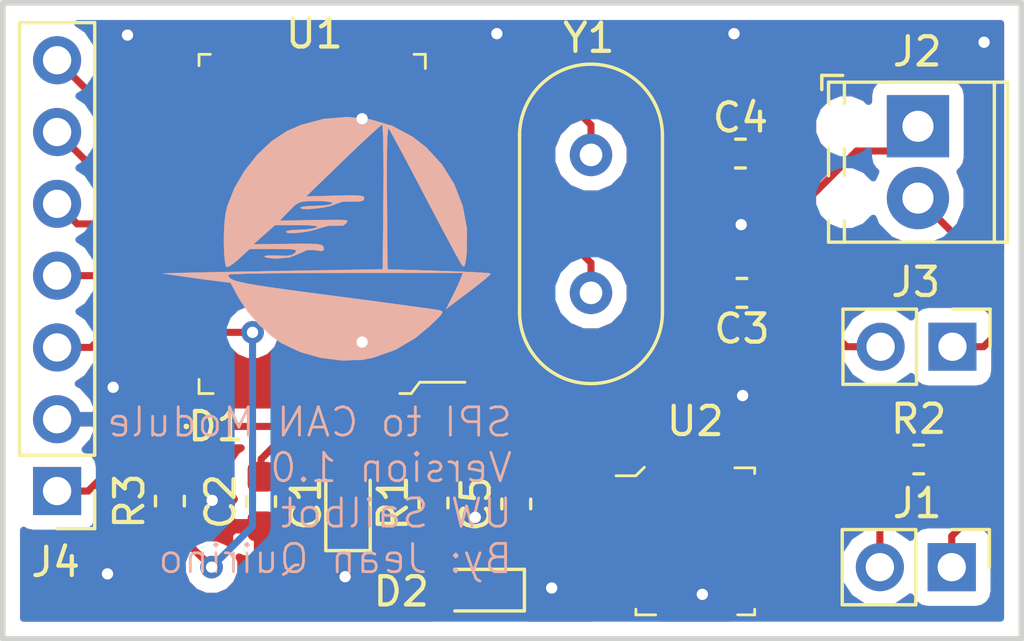
<source format=kicad_pcb>
(kicad_pcb (version 20171130) (host pcbnew "(5.0.1)-4")

  (general
    (thickness 1.6)
    (drawings 5)
    (tracks 124)
    (zones 0)
    (modules 18)
    (nets 25)
  )

  (page A4)
  (layers
    (0 F.Cu signal hide)
    (31 B.Cu signal hide)
    (32 B.Adhes user)
    (33 F.Adhes user)
    (34 B.Paste user)
    (35 F.Paste user)
    (36 B.SilkS user)
    (37 F.SilkS user)
    (38 B.Mask user)
    (39 F.Mask user)
    (40 Dwgs.User user)
    (41 Cmts.User user)
    (42 Eco1.User user)
    (43 Eco2.User user)
    (44 Edge.Cuts user)
    (45 Margin user)
    (46 B.CrtYd user)
    (47 F.CrtYd user)
    (48 B.Fab user hide)
    (49 F.Fab user hide)
  )

  (setup
    (last_trace_width 0.25)
    (trace_clearance 0.2)
    (zone_clearance 0.508)
    (zone_45_only no)
    (trace_min 0.2)
    (segment_width 0.2)
    (edge_width 0.2)
    (via_size 0.8)
    (via_drill 0.4)
    (via_min_size 0.4)
    (via_min_drill 0.3)
    (uvia_size 0.3)
    (uvia_drill 0.1)
    (uvias_allowed no)
    (uvia_min_size 0.2)
    (uvia_min_drill 0.1)
    (pcb_text_width 0.3)
    (pcb_text_size 1.5 1.5)
    (mod_edge_width 0.15)
    (mod_text_size 1 1)
    (mod_text_width 0.15)
    (pad_size 1.524 1.524)
    (pad_drill 0.762)
    (pad_to_mask_clearance 0.2)
    (solder_mask_min_width 0.25)
    (aux_axis_origin 0 0)
    (visible_elements 7FFFFFFF)
    (pcbplotparams
      (layerselection 0x010fc_ffffffff)
      (usegerberextensions true)
      (usegerberattributes false)
      (usegerberadvancedattributes false)
      (creategerberjobfile false)
      (excludeedgelayer true)
      (linewidth 0.100000)
      (plotframeref false)
      (viasonmask false)
      (mode 1)
      (useauxorigin false)
      (hpglpennumber 1)
      (hpglpenspeed 20)
      (hpglpendiameter 15.000000)
      (psnegative false)
      (psa4output false)
      (plotreference true)
      (plotvalue true)
      (plotinvisibletext false)
      (padsonsilk false)
      (subtractmaskfromsilk false)
      (outputformat 1)
      (mirror false)
      (drillshape 0)
      (scaleselection 1)
      (outputdirectory "../Gerbers/"))
  )

  (net 0 "")
  (net 1 GND)
  (net 2 "Net-(C1-Pad2)")
  (net 3 "Net-(C3-Pad2)")
  (net 4 "Net-(C4-Pad2)")
  (net 5 "Net-(D1-Pad2)")
  (net 6 "Net-(D2-Pad2)")
  (net 7 "Net-(J1-Pad1)")
  (net 8 "Net-(J1-Pad2)")
  (net 9 "Net-(J2-Pad1)")
  (net 10 "Net-(J4-Pad3)")
  (net 11 "Net-(J4-Pad4)")
  (net 12 "Net-(J4-Pad5)")
  (net 13 "Net-(J4-Pad6)")
  (net 14 "Net-(J4-Pad7)")
  (net 15 "Net-(R3-Pad1)")
  (net 16 "Net-(U1-Pad1)")
  (net 17 "Net-(U1-Pad2)")
  (net 18 "Net-(U1-Pad3)")
  (net 19 "Net-(U1-Pad4)")
  (net 20 "Net-(U1-Pad5)")
  (net 21 "Net-(U1-Pad6)")
  (net 22 "Net-(U1-Pad10)")
  (net 23 "Net-(U1-Pad11)")
  (net 24 "Net-(U2-Pad5)")

  (net_class Default "This is the default net class."
    (clearance 0.2)
    (trace_width 0.25)
    (via_dia 0.8)
    (via_drill 0.4)
    (uvia_dia 0.3)
    (uvia_drill 0.1)
    (add_net GND)
    (add_net "Net-(C1-Pad2)")
    (add_net "Net-(C3-Pad2)")
    (add_net "Net-(C4-Pad2)")
    (add_net "Net-(D1-Pad2)")
    (add_net "Net-(D2-Pad2)")
    (add_net "Net-(J1-Pad1)")
    (add_net "Net-(J1-Pad2)")
    (add_net "Net-(J2-Pad1)")
    (add_net "Net-(J4-Pad3)")
    (add_net "Net-(J4-Pad4)")
    (add_net "Net-(J4-Pad5)")
    (add_net "Net-(J4-Pad6)")
    (add_net "Net-(J4-Pad7)")
    (add_net "Net-(R3-Pad1)")
    (add_net "Net-(U1-Pad1)")
    (add_net "Net-(U1-Pad10)")
    (add_net "Net-(U1-Pad11)")
    (add_net "Net-(U1-Pad2)")
    (add_net "Net-(U1-Pad3)")
    (add_net "Net-(U1-Pad4)")
    (add_net "Net-(U1-Pad5)")
    (add_net "Net-(U1-Pad6)")
    (add_net "Net-(U2-Pad5)")
  )

  (module digikey-footprints:SOIC-8_W5.3mm (layer F.Cu) (tedit 5AE8C563) (tstamp 5BF42416)
    (at 228.475 120.55)
    (descr http://ww1.microchip.com/downloads/en/DeviceDoc/Atmel-2586-AVR-8-bit-Microcontroller-ATtiny25-ATtiny45-ATtiny85_Datasheet-Summary.pdf)
    (path /5BDCFC05)
    (fp_text reference U2 (at 0 -4.25) (layer F.SilkS)
      (effects (font (size 1 1) (thickness 0.15)))
    )
    (fp_text value TJA1050 (at 0 4.25) (layer F.Fab)
      (effects (font (size 1 1) (thickness 0.15)))
    )
    (fp_line (start -3.75 -2.75) (end 3.5 -2.75) (layer F.CrtYd) (width 0.05))
    (fp_line (start 3.5 -2.75) (end 3.5 2.75) (layer F.CrtYd) (width 0.05))
    (fp_line (start -3.75 -2.75) (end -3.75 2.75) (layer F.CrtYd) (width 0.05))
    (fp_line (start -3.75 2.75) (end 3.5 2.75) (layer F.CrtYd) (width 0.05))
    (fp_line (start -2.1 2.4) (end -2.1 2.6) (layer F.SilkS) (width 0.1))
    (fp_line (start -2.1 2.6) (end -1.4 2.6) (layer F.SilkS) (width 0.1))
    (fp_line (start 2.1 2.4) (end 2.1 2.6) (layer F.SilkS) (width 0.1))
    (fp_line (start 2.1 2.6) (end 1.5 2.6) (layer F.SilkS) (width 0.1))
    (fp_line (start 1.4 -2.6) (end 2.1 -2.6) (layer F.SilkS) (width 0.1))
    (fp_line (start 2.1 -2.6) (end 2.1 -2.4) (layer F.SilkS) (width 0.1))
    (fp_line (start -1.8 -2.62) (end -2.1 -2.32) (layer F.SilkS) (width 0.1))
    (fp_line (start -2.1 -2.32) (end -2.8 -2.32) (layer F.SilkS) (width 0.1))
    (fp_text user %R (at 0 0) (layer F.Fab)
      (effects (font (size 0.7 0.7) (thickness 0.07)))
    )
    (fp_line (start -2 2.49) (end -2 -2.25) (layer F.Fab) (width 0.1))
    (fp_line (start 1.99 -2.5) (end -1.75 -2.5) (layer F.Fab) (width 0.1))
    (fp_line (start -2 -2.25) (end -1.75 -2.5) (layer F.Fab) (width 0.1))
    (fp_line (start 1.995 2.49) (end 1.995 -2.49) (layer F.Fab) (width 0.1))
    (fp_line (start -1.995 2.49) (end 1.995 2.49) (layer F.Fab) (width 0.1))
    (pad 3 smd rect (at -2.465 0.635) (size 1.6 0.7) (layers F.Cu F.Paste F.Mask)
      (net 2 "Net-(C1-Pad2)"))
    (pad 2 smd rect (at -2.465 -0.635) (size 1.6 0.7) (layers F.Cu F.Paste F.Mask)
      (net 1 GND))
    (pad 4 smd rect (at -2.465 1.905) (size 1.6 0.7) (layers F.Cu F.Paste F.Mask)
      (net 17 "Net-(U1-Pad2)"))
    (pad 1 smd rect (at -2.465 -1.905) (size 1.6 0.7) (layers F.Cu F.Paste F.Mask)
      (net 16 "Net-(U1-Pad1)"))
    (pad 5 smd rect (at 2.465 1.905) (size 1.6 0.7) (layers F.Cu F.Paste F.Mask)
      (net 24 "Net-(U2-Pad5)"))
    (pad 6 smd rect (at 2.465 0.635) (size 1.6 0.7) (layers F.Cu F.Paste F.Mask)
      (net 7 "Net-(J1-Pad1)"))
    (pad 7 smd rect (at 2.465 -0.635) (size 1.6 0.7) (layers F.Cu F.Paste F.Mask)
      (net 9 "Net-(J2-Pad1)"))
    (pad 8 smd rect (at 2.465 -1.905) (size 1.6 0.7) (layers F.Cu F.Paste F.Mask)
      (net 1 GND))
  )

  (module TerminalBlock_Phoenix:TerminalBlock_Phoenix_MPT-0,5-2-2.54_1x02_P2.54mm_Horizontal (layer F.Cu) (tedit 5B294F98) (tstamp 5BFAE72B)
    (at 236.347 105.8672 270)
    (descr "Terminal Block Phoenix MPT-0,5-2-2.54, 2 pins, pitch 2.54mm, size 5.54x6.2mm^2, drill diamater 1.1mm, pad diameter 2.2mm, see http://www.mouser.com/ds/2/324/ItemDetail_1725656-920552.pdf, script-generated using https://github.com/pointhi/kicad-footprint-generator/scripts/TerminalBlock_Phoenix")
    (tags "THT Terminal Block Phoenix MPT-0,5-2-2.54 pitch 2.54mm size 5.54x6.2mm^2 drill 1.1mm pad 2.2mm")
    (path /5BDB5A61)
    (fp_text reference J2 (at -2.6416 0.0254) (layer F.SilkS)
      (effects (font (size 1 1) (thickness 0.15)))
    )
    (fp_text value Conn_01x02 (at 1.27 4.16 270) (layer F.Fab)
      (effects (font (size 1 1) (thickness 0.15)))
    )
    (fp_circle (center 0 0) (end 1.1 0) (layer F.Fab) (width 0.1))
    (fp_circle (center 2.54 0) (end 3.64 0) (layer F.Fab) (width 0.1))
    (fp_line (start -1.5 -3.1) (end 4.04 -3.1) (layer F.Fab) (width 0.1))
    (fp_line (start 4.04 -3.1) (end 4.04 3.1) (layer F.Fab) (width 0.1))
    (fp_line (start 4.04 3.1) (end -1 3.1) (layer F.Fab) (width 0.1))
    (fp_line (start -1 3.1) (end -1.5 2.6) (layer F.Fab) (width 0.1))
    (fp_line (start -1.5 2.6) (end -1.5 -3.1) (layer F.Fab) (width 0.1))
    (fp_line (start -1.5 2.6) (end 4.04 2.6) (layer F.Fab) (width 0.1))
    (fp_line (start -1.56 2.6) (end -0.79 2.6) (layer F.SilkS) (width 0.12))
    (fp_line (start 0.79 2.6) (end 1.75 2.6) (layer F.SilkS) (width 0.12))
    (fp_line (start 3.33 2.6) (end 4.1 2.6) (layer F.SilkS) (width 0.12))
    (fp_line (start -1.5 -2.7) (end 4.04 -2.7) (layer F.Fab) (width 0.1))
    (fp_line (start -1.56 -2.7) (end 4.1 -2.7) (layer F.SilkS) (width 0.12))
    (fp_line (start -1.56 -3.16) (end 4.1 -3.16) (layer F.SilkS) (width 0.12))
    (fp_line (start -1.56 3.16) (end -0.79 3.16) (layer F.SilkS) (width 0.12))
    (fp_line (start 0.79 3.16) (end 1.75 3.16) (layer F.SilkS) (width 0.12))
    (fp_line (start 3.33 3.16) (end 4.1 3.16) (layer F.SilkS) (width 0.12))
    (fp_line (start -1.56 -3.16) (end -1.56 3.16) (layer F.SilkS) (width 0.12))
    (fp_line (start 4.1 -3.16) (end 4.1 3.16) (layer F.SilkS) (width 0.12))
    (fp_line (start 0.835 -0.7) (end -0.701 0.835) (layer F.Fab) (width 0.1))
    (fp_line (start 0.701 -0.835) (end -0.835 0.7) (layer F.Fab) (width 0.1))
    (fp_line (start 3.375 -0.7) (end 1.84 0.835) (layer F.Fab) (width 0.1))
    (fp_line (start 3.241 -0.835) (end 1.706 0.7) (layer F.Fab) (width 0.1))
    (fp_line (start -1.8 2.66) (end -1.8 3.4) (layer F.SilkS) (width 0.12))
    (fp_line (start -1.8 3.4) (end -1.3 3.4) (layer F.SilkS) (width 0.12))
    (fp_line (start -2 -3.6) (end -2 3.6) (layer F.CrtYd) (width 0.05))
    (fp_line (start -2 3.6) (end 4.54 3.6) (layer F.CrtYd) (width 0.05))
    (fp_line (start 4.54 3.6) (end 4.54 -3.6) (layer F.CrtYd) (width 0.05))
    (fp_line (start 4.54 -3.6) (end -2 -3.6) (layer F.CrtYd) (width 0.05))
    (fp_text user %R (at 1.27 2 270) (layer F.Fab)
      (effects (font (size 1 1) (thickness 0.15)))
    )
    (pad 1 thru_hole rect (at 0 0 270) (size 2.2 2.2) (drill 1.1) (layers *.Cu *.Mask)
      (net 9 "Net-(J2-Pad1)"))
    (pad "" np_thru_hole circle (at 0 2.54 270) (size 1.1 1.1) (drill 1.1) (layers *.Cu *.Mask))
    (pad 2 thru_hole circle (at 2.54 0 270) (size 2.2 2.2) (drill 1.1) (layers *.Cu *.Mask)
      (net 7 "Net-(J1-Pad1)"))
    (pad "" np_thru_hole circle (at 2.54 2.54 270) (size 1.1 1.1) (drill 1.1) (layers *.Cu *.Mask))
    (model ${KISYS3DMOD}/TerminalBlock_Phoenix.3dshapes/TerminalBlock_Phoenix_MPT-0,5-2-2.54_1x02_P2.54mm_Horizontal.wrl
      (at (xyz 0 0 0))
      (scale (xyz 1 1 1))
      (rotate (xyz 0 0 0))
    )
  )

  (module Capacitor_Tantalum_SMD:CP_EIA-1608-10_AVX-L_Pad1.25x1.05mm_HandSolder (layer F.Cu) (tedit 5B301BBE) (tstamp 5BFAF2B5)
    (at 216.200837 119.191907 90)
    (descr "Tantalum Capacitor SMD AVX-L (1608-10 Metric), IPC_7351 nominal, (Body size from: https://www.vishay.com/docs/48064/_t58_vmn_pt0471_1601.pdf), generated with kicad-footprint-generator")
    (tags "capacitor tantalum")
    (path /5BE099D1)
    (attr smd)
    (fp_text reference C1 (at 0 -1.48 90) (layer F.SilkS)
      (effects (font (size 1 1) (thickness 0.15)))
    )
    (fp_text value 10uF (at 0 1.48 90) (layer F.Fab)
      (effects (font (size 1 1) (thickness 0.15)))
    )
    (fp_line (start 0.8 -0.425) (end -0.5 -0.425) (layer F.Fab) (width 0.1))
    (fp_line (start -0.5 -0.425) (end -0.8 -0.125) (layer F.Fab) (width 0.1))
    (fp_line (start -0.8 -0.125) (end -0.8 0.425) (layer F.Fab) (width 0.1))
    (fp_line (start -0.8 0.425) (end 0.8 0.425) (layer F.Fab) (width 0.1))
    (fp_line (start 0.8 0.425) (end 0.8 -0.425) (layer F.Fab) (width 0.1))
    (fp_line (start 0.8 -0.785) (end -1.685 -0.785) (layer F.SilkS) (width 0.12))
    (fp_line (start -1.685 -0.785) (end -1.685 0.785) (layer F.SilkS) (width 0.12))
    (fp_line (start -1.685 0.785) (end 0.8 0.785) (layer F.SilkS) (width 0.12))
    (fp_line (start -1.68 0.78) (end -1.68 -0.78) (layer F.CrtYd) (width 0.05))
    (fp_line (start -1.68 -0.78) (end 1.68 -0.78) (layer F.CrtYd) (width 0.05))
    (fp_line (start 1.68 -0.78) (end 1.68 0.78) (layer F.CrtYd) (width 0.05))
    (fp_line (start 1.68 0.78) (end -1.68 0.78) (layer F.CrtYd) (width 0.05))
    (fp_text user %R (at 0 0 90) (layer F.Fab)
      (effects (font (size 0.4 0.4) (thickness 0.06)))
    )
    (pad 1 smd roundrect (at -0.8 0 90) (size 1.25 1.05) (layers F.Cu F.Paste F.Mask) (roundrect_rratio 0.238095)
      (net 1 GND))
    (pad 2 smd roundrect (at 0.8 0 90) (size 1.25 1.05) (layers F.Cu F.Paste F.Mask) (roundrect_rratio 0.238095)
      (net 2 "Net-(C1-Pad2)"))
    (model ${KISYS3DMOD}/Capacitor_Tantalum_SMD.3dshapes/CP_EIA-1608-10_AVX-L.wrl
      (at (xyz 0 0 0))
      (scale (xyz 1 1 1))
      (rotate (xyz 0 0 0))
    )
  )

  (module Capacitor_SMD:C_0603_1608Metric_Pad1.05x0.95mm_HandSolder (layer F.Cu) (tedit 5B301BBE) (tstamp 5BFAC58F)
    (at 213.127437 119.141107 90)
    (descr "Capacitor SMD 0603 (1608 Metric), square (rectangular) end terminal, IPC_7351 nominal with elongated pad for handsoldering. (Body size source: http://www.tortai-tech.com/upload/download/2011102023233369053.pdf), generated with kicad-footprint-generator")
    (tags "capacitor handsolder")
    (path /5BE09A03)
    (attr smd)
    (fp_text reference C2 (at 0 -1.43 90) (layer F.SilkS)
      (effects (font (size 1 1) (thickness 0.15)))
    )
    (fp_text value 0.01uF (at 0 1.43 90) (layer F.Fab)
      (effects (font (size 1 1) (thickness 0.15)))
    )
    (fp_text user %R (at 4.685 3.81 90) (layer F.Fab)
      (effects (font (size 0.4 0.4) (thickness 0.06)))
    )
    (fp_line (start 1.65 0.73) (end -1.65 0.73) (layer F.CrtYd) (width 0.05))
    (fp_line (start 1.65 -0.73) (end 1.65 0.73) (layer F.CrtYd) (width 0.05))
    (fp_line (start -1.65 -0.73) (end 1.65 -0.73) (layer F.CrtYd) (width 0.05))
    (fp_line (start -1.65 0.73) (end -1.65 -0.73) (layer F.CrtYd) (width 0.05))
    (fp_line (start -0.171267 0.51) (end 0.171267 0.51) (layer F.SilkS) (width 0.12))
    (fp_line (start -0.171267 -0.51) (end 0.171267 -0.51) (layer F.SilkS) (width 0.12))
    (fp_line (start 0.8 0.4) (end -0.8 0.4) (layer F.Fab) (width 0.1))
    (fp_line (start 0.8 -0.4) (end 0.8 0.4) (layer F.Fab) (width 0.1))
    (fp_line (start -0.8 -0.4) (end 0.8 -0.4) (layer F.Fab) (width 0.1))
    (fp_line (start -0.8 0.4) (end -0.8 -0.4) (layer F.Fab) (width 0.1))
    (pad 2 smd roundrect (at 0.875 0 90) (size 1.05 0.95) (layers F.Cu F.Paste F.Mask) (roundrect_rratio 0.25)
      (net 2 "Net-(C1-Pad2)"))
    (pad 1 smd roundrect (at -0.875 0 90) (size 1.05 0.95) (layers F.Cu F.Paste F.Mask) (roundrect_rratio 0.25)
      (net 1 GND))
    (model ${KISYS3DMOD}/Capacitor_SMD.3dshapes/C_0603_1608Metric.wrl
      (at (xyz 0 0 0))
      (scale (xyz 1 1 1))
      (rotate (xyz 0 0 0))
    )
  )

  (module Capacitor_SMD:C_0603_1608Metric_Pad1.05x0.95mm_HandSolder (layer F.Cu) (tedit 5B301BBE) (tstamp 5BFB1579)
    (at 230.124 111.76 180)
    (descr "Capacitor SMD 0603 (1608 Metric), square (rectangular) end terminal, IPC_7351 nominal with elongated pad for handsoldering. (Body size source: http://www.tortai-tech.com/upload/download/2011102023233369053.pdf), generated with kicad-footprint-generator")
    (tags "capacitor handsolder")
    (path /5BDD0FBC)
    (attr smd)
    (fp_text reference C3 (at 0 -1.27 180) (layer F.SilkS)
      (effects (font (size 1 1) (thickness 0.15)))
    )
    (fp_text value 22pF (at 0 1.27 180) (layer F.Fab)
      (effects (font (size 1 1) (thickness 0.15)))
    )
    (fp_line (start -0.8 0.4) (end -0.8 -0.4) (layer F.Fab) (width 0.1))
    (fp_line (start -0.8 -0.4) (end 0.8 -0.4) (layer F.Fab) (width 0.1))
    (fp_line (start 0.8 -0.4) (end 0.8 0.4) (layer F.Fab) (width 0.1))
    (fp_line (start 0.8 0.4) (end -0.8 0.4) (layer F.Fab) (width 0.1))
    (fp_line (start -0.171267 -0.51) (end 0.171267 -0.51) (layer F.SilkS) (width 0.12))
    (fp_line (start -0.171267 0.51) (end 0.171267 0.51) (layer F.SilkS) (width 0.12))
    (fp_line (start -1.65 0.73) (end -1.65 -0.73) (layer F.CrtYd) (width 0.05))
    (fp_line (start -1.65 -0.73) (end 1.65 -0.73) (layer F.CrtYd) (width 0.05))
    (fp_line (start 1.65 -0.73) (end 1.65 0.73) (layer F.CrtYd) (width 0.05))
    (fp_line (start 1.65 0.73) (end -1.65 0.73) (layer F.CrtYd) (width 0.05))
    (fp_text user %R (at 0 0 180) (layer F.Fab)
      (effects (font (size 0.4 0.4) (thickness 0.06)))
    )
    (pad 1 smd roundrect (at -0.875 0 180) (size 1.05 0.95) (layers F.Cu F.Paste F.Mask) (roundrect_rratio 0.25)
      (net 1 GND))
    (pad 2 smd roundrect (at 0.875 0 180) (size 1.05 0.95) (layers F.Cu F.Paste F.Mask) (roundrect_rratio 0.25)
      (net 3 "Net-(C3-Pad2)"))
    (model ${KISYS3DMOD}/Capacitor_SMD.3dshapes/C_0603_1608Metric.wrl
      (at (xyz 0 0 0))
      (scale (xyz 1 1 1))
      (rotate (xyz 0 0 0))
    )
  )

  (module Capacitor_SMD:C_0603_1608Metric_Pad1.05x0.95mm_HandSolder (layer F.Cu) (tedit 5B301BBE) (tstamp 5BFAF1C9)
    (at 230.0732 106.8324 180)
    (descr "Capacitor SMD 0603 (1608 Metric), square (rectangular) end terminal, IPC_7351 nominal with elongated pad for handsoldering. (Body size source: http://www.tortai-tech.com/upload/download/2011102023233369053.pdf), generated with kicad-footprint-generator")
    (tags "capacitor handsolder")
    (path /5BDD1023)
    (attr smd)
    (fp_text reference C4 (at 0 1.27 180) (layer F.SilkS)
      (effects (font (size 1 1) (thickness 0.15)))
    )
    (fp_text value 22pF (at 0 -1.27 180) (layer F.Fab)
      (effects (font (size 1 1) (thickness 0.15)))
    )
    (fp_text user %R (at 0 0 180) (layer F.Fab)
      (effects (font (size 0.4 0.4) (thickness 0.06)))
    )
    (fp_line (start 1.65 0.73) (end -1.65 0.73) (layer F.CrtYd) (width 0.05))
    (fp_line (start 1.65 -0.73) (end 1.65 0.73) (layer F.CrtYd) (width 0.05))
    (fp_line (start -1.65 -0.73) (end 1.65 -0.73) (layer F.CrtYd) (width 0.05))
    (fp_line (start -1.65 0.73) (end -1.65 -0.73) (layer F.CrtYd) (width 0.05))
    (fp_line (start -0.171267 0.51) (end 0.171267 0.51) (layer F.SilkS) (width 0.12))
    (fp_line (start -0.171267 -0.51) (end 0.171267 -0.51) (layer F.SilkS) (width 0.12))
    (fp_line (start 0.8 0.4) (end -0.8 0.4) (layer F.Fab) (width 0.1))
    (fp_line (start 0.8 -0.4) (end 0.8 0.4) (layer F.Fab) (width 0.1))
    (fp_line (start -0.8 -0.4) (end 0.8 -0.4) (layer F.Fab) (width 0.1))
    (fp_line (start -0.8 0.4) (end -0.8 -0.4) (layer F.Fab) (width 0.1))
    (pad 2 smd roundrect (at 0.875 0 180) (size 1.05 0.95) (layers F.Cu F.Paste F.Mask) (roundrect_rratio 0.25)
      (net 4 "Net-(C4-Pad2)"))
    (pad 1 smd roundrect (at -0.875 0 180) (size 1.05 0.95) (layers F.Cu F.Paste F.Mask) (roundrect_rratio 0.25)
      (net 1 GND))
    (model ${KISYS3DMOD}/Capacitor_SMD.3dshapes/C_0603_1608Metric.wrl
      (at (xyz 0 0 0))
      (scale (xyz 1 1 1))
      (rotate (xyz 0 0 0))
    )
  )

  (module Capacitor_SMD:C_0603_1608Metric_Pad1.05x0.95mm_HandSolder (layer F.Cu) (tedit 5B301BBE) (tstamp 5BFAF48B)
    (at 222.1484 119.2276 90)
    (descr "Capacitor SMD 0603 (1608 Metric), square (rectangular) end terminal, IPC_7351 nominal with elongated pad for handsoldering. (Body size source: http://www.tortai-tech.com/upload/download/2011102023233369053.pdf), generated with kicad-footprint-generator")
    (tags "capacitor handsolder")
    (path /5BE09267)
    (attr smd)
    (fp_text reference C5 (at 0 -1.43 90) (layer F.SilkS)
      (effects (font (size 1 1) (thickness 0.15)))
    )
    (fp_text value 0.1uF (at 0 1.43 90) (layer F.Fab)
      (effects (font (size 1 1) (thickness 0.15)))
    )
    (fp_line (start -0.8 0.4) (end -0.8 -0.4) (layer F.Fab) (width 0.1))
    (fp_line (start -0.8 -0.4) (end 0.8 -0.4) (layer F.Fab) (width 0.1))
    (fp_line (start 0.8 -0.4) (end 0.8 0.4) (layer F.Fab) (width 0.1))
    (fp_line (start 0.8 0.4) (end -0.8 0.4) (layer F.Fab) (width 0.1))
    (fp_line (start -0.171267 -0.51) (end 0.171267 -0.51) (layer F.SilkS) (width 0.12))
    (fp_line (start -0.171267 0.51) (end 0.171267 0.51) (layer F.SilkS) (width 0.12))
    (fp_line (start -1.65 0.73) (end -1.65 -0.73) (layer F.CrtYd) (width 0.05))
    (fp_line (start -1.65 -0.73) (end 1.65 -0.73) (layer F.CrtYd) (width 0.05))
    (fp_line (start 1.65 -0.73) (end 1.65 0.73) (layer F.CrtYd) (width 0.05))
    (fp_line (start 1.65 0.73) (end -1.65 0.73) (layer F.CrtYd) (width 0.05))
    (fp_text user %R (at -0.040258 -0.045454 90) (layer F.Fab)
      (effects (font (size 0.4 0.4) (thickness 0.06)))
    )
    (pad 1 smd roundrect (at -0.875 0 90) (size 1.05 0.95) (layers F.Cu F.Paste F.Mask) (roundrect_rratio 0.25)
      (net 1 GND))
    (pad 2 smd roundrect (at 0.875 0 90) (size 1.05 0.95) (layers F.Cu F.Paste F.Mask) (roundrect_rratio 0.25)
      (net 2 "Net-(C1-Pad2)"))
    (model ${KISYS3DMOD}/Capacitor_SMD.3dshapes/C_0603_1608Metric.wrl
      (at (xyz 0 0 0))
      (scale (xyz 1 1 1))
      (rotate (xyz 0 0 0))
    )
  )

  (module Diode_SMD:D_0402_1005Metric (layer F.Cu) (tedit 5B301BBE) (tstamp 5BFAFC0C)
    (at 209.3976 116.4844 180)
    (descr "Diode SMD 0402 (1005 Metric), square (rectangular) end terminal, IPC_7351 nominal, (Body size source: http://www.tortai-tech.com/upload/download/2011102023233369053.pdf), generated with kicad-footprint-generator")
    (tags diode)
    (path /5BE07A33)
    (attr smd)
    (fp_text reference D1 (at -2.1336 0 180) (layer F.SilkS)
      (effects (font (size 1 1) (thickness 0.15)))
    )
    (fp_text value D_Schottky (at 0 1.17 180) (layer F.Fab)
      (effects (font (size 1 1) (thickness 0.15)))
    )
    (fp_circle (center -1.09 0) (end -1.04 0) (layer F.SilkS) (width 0.1))
    (fp_line (start -0.5 0.25) (end -0.5 -0.25) (layer F.Fab) (width 0.1))
    (fp_line (start -0.5 -0.25) (end 0.5 -0.25) (layer F.Fab) (width 0.1))
    (fp_line (start 0.5 -0.25) (end 0.5 0.25) (layer F.Fab) (width 0.1))
    (fp_line (start 0.5 0.25) (end -0.5 0.25) (layer F.Fab) (width 0.1))
    (fp_line (start -0.4 0.25) (end -0.4 -0.25) (layer F.Fab) (width 0.1))
    (fp_line (start -0.3 0.25) (end -0.3 -0.25) (layer F.Fab) (width 0.1))
    (fp_line (start -0.93 0.47) (end -0.93 -0.47) (layer F.CrtYd) (width 0.05))
    (fp_line (start -0.93 -0.47) (end 0.93 -0.47) (layer F.CrtYd) (width 0.05))
    (fp_line (start 0.93 -0.47) (end 0.93 0.47) (layer F.CrtYd) (width 0.05))
    (fp_line (start 0.93 0.47) (end -0.93 0.47) (layer F.CrtYd) (width 0.05))
    (fp_text user %R (at 0 0 180) (layer F.Fab)
      (effects (font (size 0.25 0.25) (thickness 0.04)))
    )
    (pad 1 smd roundrect (at -0.485 0 180) (size 0.59 0.64) (layers F.Cu F.Paste F.Mask) (roundrect_rratio 0.25)
      (net 2 "Net-(C1-Pad2)"))
    (pad 2 smd roundrect (at 0.485 0 180) (size 0.59 0.64) (layers F.Cu F.Paste F.Mask) (roundrect_rratio 0.25)
      (net 5 "Net-(D1-Pad2)"))
    (model ${KISYS3DMOD}/Diode_SMD.3dshapes/D_0402_1005Metric.wrl
      (at (xyz 0 0 0))
      (scale (xyz 1 1 1))
      (rotate (xyz 0 0 0))
    )
  )

  (module LED_SMD:LED_0603_1608Metric_Pad1.05x0.95mm_HandSolder (layer F.Cu) (tedit 5B4B45C9) (tstamp 5BFB1F79)
    (at 220.7768 122.2756 180)
    (descr "LED SMD 0603 (1608 Metric), square (rectangular) end terminal, IPC_7351 nominal, (Body size source: http://www.tortai-tech.com/upload/download/2011102023233369053.pdf), generated with kicad-footprint-generator")
    (tags "LED handsolder")
    (path /5BE09C15)
    (attr smd)
    (fp_text reference D2 (at 2.6924 -0.0508 180) (layer F.SilkS)
      (effects (font (size 1 1) (thickness 0.15)))
    )
    (fp_text value LED (at 0 1.43 180) (layer F.Fab)
      (effects (font (size 1 1) (thickness 0.15)))
    )
    (fp_line (start 0.8 -0.4) (end -0.5 -0.4) (layer F.Fab) (width 0.1))
    (fp_line (start -0.5 -0.4) (end -0.8 -0.1) (layer F.Fab) (width 0.1))
    (fp_line (start -0.8 -0.1) (end -0.8 0.4) (layer F.Fab) (width 0.1))
    (fp_line (start -0.8 0.4) (end 0.8 0.4) (layer F.Fab) (width 0.1))
    (fp_line (start 0.8 0.4) (end 0.8 -0.4) (layer F.Fab) (width 0.1))
    (fp_line (start 0.8 -0.735) (end -1.66 -0.735) (layer F.SilkS) (width 0.12))
    (fp_line (start -1.66 -0.735) (end -1.66 0.735) (layer F.SilkS) (width 0.12))
    (fp_line (start -1.66 0.735) (end 0.8 0.735) (layer F.SilkS) (width 0.12))
    (fp_line (start -1.65 0.73) (end -1.65 -0.73) (layer F.CrtYd) (width 0.05))
    (fp_line (start -1.65 -0.73) (end 1.65 -0.73) (layer F.CrtYd) (width 0.05))
    (fp_line (start 1.65 -0.73) (end 1.65 0.73) (layer F.CrtYd) (width 0.05))
    (fp_line (start 1.65 0.73) (end -1.65 0.73) (layer F.CrtYd) (width 0.05))
    (fp_text user %R (at 0 0 180) (layer F.Fab)
      (effects (font (size 0.4 0.4) (thickness 0.06)))
    )
    (pad 1 smd roundrect (at -0.875 0 180) (size 1.05 0.95) (layers F.Cu F.Paste F.Mask) (roundrect_rratio 0.25)
      (net 1 GND))
    (pad 2 smd roundrect (at 0.875 0 180) (size 1.05 0.95) (layers F.Cu F.Paste F.Mask) (roundrect_rratio 0.25)
      (net 6 "Net-(D2-Pad2)"))
    (model ${KISYS3DMOD}/LED_SMD.3dshapes/LED_0603_1608Metric.wrl
      (at (xyz 0 0 0))
      (scale (xyz 1 1 1))
      (rotate (xyz 0 0 0))
    )
  )

  (module Connector_PinHeader_2.54mm:PinHeader_1x02_P2.54mm_Vertical (layer F.Cu) (tedit 59FED5CC) (tstamp 5BFB3320)
    (at 237.5408 121.4628 270)
    (descr "Through hole straight pin header, 1x02, 2.54mm pitch, single row")
    (tags "Through hole pin header THT 1x02 2.54mm single row")
    (path /5BDCCF7F)
    (fp_text reference J1 (at -2.2606 1.2192) (layer F.SilkS)
      (effects (font (size 1 1) (thickness 0.15)))
    )
    (fp_text value Conn_01x02 (at 0 4.87 270) (layer F.Fab)
      (effects (font (size 1 1) (thickness 0.15)))
    )
    (fp_line (start -0.635 -1.27) (end 1.27 -1.27) (layer F.Fab) (width 0.1))
    (fp_line (start 1.27 -1.27) (end 1.27 3.81) (layer F.Fab) (width 0.1))
    (fp_line (start 1.27 3.81) (end -1.27 3.81) (layer F.Fab) (width 0.1))
    (fp_line (start -1.27 3.81) (end -1.27 -0.635) (layer F.Fab) (width 0.1))
    (fp_line (start -1.27 -0.635) (end -0.635 -1.27) (layer F.Fab) (width 0.1))
    (fp_line (start -1.33 3.87) (end 1.33 3.87) (layer F.SilkS) (width 0.12))
    (fp_line (start -1.33 1.27) (end -1.33 3.87) (layer F.SilkS) (width 0.12))
    (fp_line (start 1.33 1.27) (end 1.33 3.87) (layer F.SilkS) (width 0.12))
    (fp_line (start -1.33 1.27) (end 1.33 1.27) (layer F.SilkS) (width 0.12))
    (fp_line (start -1.33 0) (end -1.33 -1.33) (layer F.SilkS) (width 0.12))
    (fp_line (start -1.33 -1.33) (end 0 -1.33) (layer F.SilkS) (width 0.12))
    (fp_line (start -1.8 -1.8) (end -1.8 4.35) (layer F.CrtYd) (width 0.05))
    (fp_line (start -1.8 4.35) (end 1.8 4.35) (layer F.CrtYd) (width 0.05))
    (fp_line (start 1.8 4.35) (end 1.8 -1.8) (layer F.CrtYd) (width 0.05))
    (fp_line (start 1.8 -1.8) (end -1.8 -1.8) (layer F.CrtYd) (width 0.05))
    (fp_text user %R (at 0 1.27) (layer F.Fab)
      (effects (font (size 1 1) (thickness 0.15)))
    )
    (pad 1 thru_hole rect (at 0 0 270) (size 1.7 1.7) (drill 1) (layers *.Cu *.Mask)
      (net 7 "Net-(J1-Pad1)"))
    (pad 2 thru_hole oval (at 0 2.54 270) (size 1.7 1.7) (drill 1) (layers *.Cu *.Mask)
      (net 8 "Net-(J1-Pad2)"))
    (model ${KISYS3DMOD}/Connector_PinHeader_2.54mm.3dshapes/PinHeader_1x02_P2.54mm_Vertical.wrl
      (at (xyz 0 0 0))
      (scale (xyz 1 1 1))
      (rotate (xyz 0 0 0))
    )
  )

  (module Connector_PinHeader_2.54mm:PinHeader_1x02_P2.54mm_Vertical (layer F.Cu) (tedit 5BEEE2BD) (tstamp 5BFB2BCB)
    (at 237.5662 113.665 270)
    (descr "Through hole straight pin header, 1x02, 2.54mm pitch, single row")
    (tags "Through hole pin header THT 1x02 2.54mm single row")
    (path /5BDCCF35)
    (fp_text reference J3 (at -2.286 1.2954) (layer F.SilkS)
      (effects (font (size 1 1) (thickness 0.15)))
    )
    (fp_text value Conn_01x02 (at 0 4.87 270) (layer F.Fab)
      (effects (font (size 1 1) (thickness 0.15)))
    )
    (fp_text user %R (at 0 1.27) (layer F.Fab)
      (effects (font (size 1 1) (thickness 0.15)))
    )
    (fp_line (start 1.8 -1.8) (end -1.8 -1.8) (layer F.CrtYd) (width 0.05))
    (fp_line (start 1.8 4.35) (end 1.8 -1.8) (layer F.CrtYd) (width 0.05))
    (fp_line (start -1.8 4.35) (end 1.8 4.35) (layer F.CrtYd) (width 0.05))
    (fp_line (start -1.8 -1.8) (end -1.8 4.35) (layer F.CrtYd) (width 0.05))
    (fp_line (start -1.33 -1.33) (end 0 -1.33) (layer F.SilkS) (width 0.12))
    (fp_line (start -1.33 0) (end -1.33 -1.33) (layer F.SilkS) (width 0.12))
    (fp_line (start -1.33 1.27) (end 1.33 1.27) (layer F.SilkS) (width 0.12))
    (fp_line (start 1.33 1.27) (end 1.33 3.87) (layer F.SilkS) (width 0.12))
    (fp_line (start -1.33 1.27) (end -1.33 3.87) (layer F.SilkS) (width 0.12))
    (fp_line (start -1.33 3.87) (end 1.33 3.87) (layer F.SilkS) (width 0.12))
    (fp_line (start -1.27 -0.635) (end -0.635 -1.27) (layer F.Fab) (width 0.1))
    (fp_line (start -1.27 3.81) (end -1.27 -0.635) (layer F.Fab) (width 0.1))
    (fp_line (start 1.27 3.81) (end -1.27 3.81) (layer F.Fab) (width 0.1))
    (fp_line (start 1.27 -1.27) (end 1.27 3.81) (layer F.Fab) (width 0.1))
    (fp_line (start -0.635 -1.27) (end 1.27 -1.27) (layer F.Fab) (width 0.1))
    (pad 2 thru_hole oval (at 0 2.54 270) (size 1.7 1.7) (drill 1) (layers *.Cu *.Mask)
      (net 9 "Net-(J2-Pad1)"))
    (pad 1 thru_hole rect (at 0 0 270) (size 1.7 1.7) (drill 1) (layers *.Cu *.Mask)
      (net 7 "Net-(J1-Pad1)"))
    (model ${KISYS3DMOD}/Connector_PinHeader_2.54mm.3dshapes/PinHeader_1x02_P2.54mm_Vertical.wrl
      (at (xyz 0 0 0))
      (scale (xyz 1 1 1))
      (rotate (xyz 0 0 0))
    )
  )

  (module Connector_PinHeader_2.54mm:PinHeader_1x07_P2.54mm_Vertical (layer F.Cu) (tedit 59FED5CC) (tstamp 5BFAC644)
    (at 205.9178 118.7704 180)
    (descr "Through hole straight pin header, 1x07, 2.54mm pitch, single row")
    (tags "Through hole pin header THT 1x07 2.54mm single row")
    (path /5BDA3136)
    (fp_text reference J4 (at 0.0508 -2.5146 180) (layer F.SilkS)
      (effects (font (size 1 1) (thickness 0.15)))
    )
    (fp_text value Conn_01x07 (at 0 17.57 180) (layer F.Fab)
      (effects (font (size 1 1) (thickness 0.15)))
    )
    (fp_line (start -0.635 -1.27) (end 1.27 -1.27) (layer F.Fab) (width 0.1))
    (fp_line (start 1.27 -1.27) (end 1.27 16.51) (layer F.Fab) (width 0.1))
    (fp_line (start 1.27 16.51) (end -1.27 16.51) (layer F.Fab) (width 0.1))
    (fp_line (start -1.27 16.51) (end -1.27 -0.635) (layer F.Fab) (width 0.1))
    (fp_line (start -1.27 -0.635) (end -0.635 -1.27) (layer F.Fab) (width 0.1))
    (fp_line (start -1.33 16.57) (end 1.33 16.57) (layer F.SilkS) (width 0.12))
    (fp_line (start -1.33 1.27) (end -1.33 16.57) (layer F.SilkS) (width 0.12))
    (fp_line (start 1.33 1.27) (end 1.33 16.57) (layer F.SilkS) (width 0.12))
    (fp_line (start -1.33 1.27) (end 1.33 1.27) (layer F.SilkS) (width 0.12))
    (fp_line (start -1.33 0) (end -1.33 -1.33) (layer F.SilkS) (width 0.12))
    (fp_line (start -1.33 -1.33) (end 0 -1.33) (layer F.SilkS) (width 0.12))
    (fp_line (start -1.8 -1.8) (end -1.8 17.05) (layer F.CrtYd) (width 0.05))
    (fp_line (start -1.8 17.05) (end 1.8 17.05) (layer F.CrtYd) (width 0.05))
    (fp_line (start 1.8 17.05) (end 1.8 -1.8) (layer F.CrtYd) (width 0.05))
    (fp_line (start 1.8 -1.8) (end -1.8 -1.8) (layer F.CrtYd) (width 0.05))
    (fp_text user %R (at 0 7.62 270) (layer F.Fab)
      (effects (font (size 1 1) (thickness 0.15)))
    )
    (pad 1 thru_hole rect (at 0 0 180) (size 1.7 1.7) (drill 1) (layers *.Cu *.Mask)
      (net 5 "Net-(D1-Pad2)"))
    (pad 2 thru_hole oval (at 0 2.54 180) (size 1.7 1.7) (drill 1) (layers *.Cu *.Mask)
      (net 1 GND))
    (pad 3 thru_hole oval (at 0 5.08 180) (size 1.7 1.7) (drill 1) (layers *.Cu *.Mask)
      (net 10 "Net-(J4-Pad3)"))
    (pad 4 thru_hole oval (at 0 7.62 180) (size 1.7 1.7) (drill 1) (layers *.Cu *.Mask)
      (net 11 "Net-(J4-Pad4)"))
    (pad 5 thru_hole oval (at 0 10.16 180) (size 1.7 1.7) (drill 1) (layers *.Cu *.Mask)
      (net 12 "Net-(J4-Pad5)"))
    (pad 6 thru_hole oval (at 0 12.7 180) (size 1.7 1.7) (drill 1) (layers *.Cu *.Mask)
      (net 13 "Net-(J4-Pad6)"))
    (pad 7 thru_hole oval (at 0 15.24 180) (size 1.7 1.7) (drill 1) (layers *.Cu *.Mask)
      (net 14 "Net-(J4-Pad7)"))
    (model ${KISYS3DMOD}/Connector_PinHeader_2.54mm.3dshapes/PinHeader_1x07_P2.54mm_Vertical.wrl
      (at (xyz 0 0 0))
      (scale (xyz 1 1 1))
      (rotate (xyz 0 0 0))
    )
  )

  (module Resistor_SMD:R_0603_1608Metric_Pad1.05x0.95mm_HandSolder (layer F.Cu) (tedit 5B301BBD) (tstamp 5BFAC655)
    (at 219.223437 119.191907 90)
    (descr "Resistor SMD 0603 (1608 Metric), square (rectangular) end terminal, IPC_7351 nominal with elongated pad for handsoldering. (Body size source: http://www.tortai-tech.com/upload/download/2011102023233369053.pdf), generated with kicad-footprint-generator")
    (tags "resistor handsolder")
    (path /5BE09B42)
    (attr smd)
    (fp_text reference R1 (at 0 -1.43 90) (layer F.SilkS)
      (effects (font (size 1 1) (thickness 0.15)))
    )
    (fp_text value 1k (at 0 1.43 90) (layer F.Fab)
      (effects (font (size 1 1) (thickness 0.15)))
    )
    (fp_line (start -0.8 0.4) (end -0.8 -0.4) (layer F.Fab) (width 0.1))
    (fp_line (start -0.8 -0.4) (end 0.8 -0.4) (layer F.Fab) (width 0.1))
    (fp_line (start 0.8 -0.4) (end 0.8 0.4) (layer F.Fab) (width 0.1))
    (fp_line (start 0.8 0.4) (end -0.8 0.4) (layer F.Fab) (width 0.1))
    (fp_line (start -0.171267 -0.51) (end 0.171267 -0.51) (layer F.SilkS) (width 0.12))
    (fp_line (start -0.171267 0.51) (end 0.171267 0.51) (layer F.SilkS) (width 0.12))
    (fp_line (start -1.65 0.73) (end -1.65 -0.73) (layer F.CrtYd) (width 0.05))
    (fp_line (start -1.65 -0.73) (end 1.65 -0.73) (layer F.CrtYd) (width 0.05))
    (fp_line (start 1.65 -0.73) (end 1.65 0.73) (layer F.CrtYd) (width 0.05))
    (fp_line (start 1.65 0.73) (end -1.65 0.73) (layer F.CrtYd) (width 0.05))
    (fp_text user %R (at 0 0 90) (layer F.Fab)
      (effects (font (size 0.4 0.4) (thickness 0.06)))
    )
    (pad 1 smd roundrect (at -0.875 0 90) (size 1.05 0.95) (layers F.Cu F.Paste F.Mask) (roundrect_rratio 0.25)
      (net 6 "Net-(D2-Pad2)"))
    (pad 2 smd roundrect (at 0.875 0 90) (size 1.05 0.95) (layers F.Cu F.Paste F.Mask) (roundrect_rratio 0.25)
      (net 2 "Net-(C1-Pad2)"))
    (model ${KISYS3DMOD}/Resistor_SMD.3dshapes/R_0603_1608Metric.wrl
      (at (xyz 0 0 0))
      (scale (xyz 1 1 1))
      (rotate (xyz 0 0 0))
    )
  )

  (module Resistor_SMD:R_0603_1608Metric_Pad1.05x0.95mm_HandSolder (layer F.Cu) (tedit 5B301BBD) (tstamp 5BFB2D5F)
    (at 236.3724 117.6528)
    (descr "Resistor SMD 0603 (1608 Metric), square (rectangular) end terminal, IPC_7351 nominal with elongated pad for handsoldering. (Body size source: http://www.tortai-tech.com/upload/download/2011102023233369053.pdf), generated with kicad-footprint-generator")
    (tags "resistor handsolder")
    (path /5BE539A5)
    (attr smd)
    (fp_text reference R2 (at 0 -1.43) (layer F.SilkS)
      (effects (font (size 1 1) (thickness 0.15)))
    )
    (fp_text value 120 (at 0 1.43) (layer F.Fab)
      (effects (font (size 1 1) (thickness 0.15)))
    )
    (fp_line (start -0.8 0.4) (end -0.8 -0.4) (layer F.Fab) (width 0.1))
    (fp_line (start -0.8 -0.4) (end 0.8 -0.4) (layer F.Fab) (width 0.1))
    (fp_line (start 0.8 -0.4) (end 0.8 0.4) (layer F.Fab) (width 0.1))
    (fp_line (start 0.8 0.4) (end -0.8 0.4) (layer F.Fab) (width 0.1))
    (fp_line (start -0.171267 -0.51) (end 0.171267 -0.51) (layer F.SilkS) (width 0.12))
    (fp_line (start -0.171267 0.51) (end 0.171267 0.51) (layer F.SilkS) (width 0.12))
    (fp_line (start -1.65 0.73) (end -1.65 -0.73) (layer F.CrtYd) (width 0.05))
    (fp_line (start -1.65 -0.73) (end 1.65 -0.73) (layer F.CrtYd) (width 0.05))
    (fp_line (start 1.65 -0.73) (end 1.65 0.73) (layer F.CrtYd) (width 0.05))
    (fp_line (start 1.65 0.73) (end -1.65 0.73) (layer F.CrtYd) (width 0.05))
    (fp_text user %R (at 0 0) (layer F.Fab)
      (effects (font (size 0.4 0.4) (thickness 0.06)))
    )
    (pad 1 smd roundrect (at -0.875 0) (size 1.05 0.95) (layers F.Cu F.Paste F.Mask) (roundrect_rratio 0.25)
      (net 9 "Net-(J2-Pad1)"))
    (pad 2 smd roundrect (at 0.875 0) (size 1.05 0.95) (layers F.Cu F.Paste F.Mask) (roundrect_rratio 0.25)
      (net 8 "Net-(J1-Pad2)"))
    (model ${KISYS3DMOD}/Resistor_SMD.3dshapes/R_0603_1608Metric.wrl
      (at (xyz 0 0 0))
      (scale (xyz 1 1 1))
      (rotate (xyz 0 0 0))
    )
  )

  (module Resistor_SMD:R_0603_1608Metric_Pad1.05x0.95mm_HandSolder (layer F.Cu) (tedit 5B301BBD) (tstamp 5BFB19FF)
    (at 209.9056 119.126 90)
    (descr "Resistor SMD 0603 (1608 Metric), square (rectangular) end terminal, IPC_7351 nominal with elongated pad for handsoldering. (Body size source: http://www.tortai-tech.com/upload/download/2011102023233369053.pdf), generated with kicad-footprint-generator")
    (tags "resistor handsolder")
    (path /5BE3F013)
    (attr smd)
    (fp_text reference R3 (at 0 -1.43 90) (layer F.SilkS)
      (effects (font (size 1 1) (thickness 0.15)))
    )
    (fp_text value 10k (at 0 1.43 90) (layer F.Fab)
      (effects (font (size 1 1) (thickness 0.15)))
    )
    (fp_text user %R (at 0 0 90) (layer F.Fab)
      (effects (font (size 0.4 0.4) (thickness 0.06)))
    )
    (fp_line (start 1.65 0.73) (end -1.65 0.73) (layer F.CrtYd) (width 0.05))
    (fp_line (start 1.65 -0.73) (end 1.65 0.73) (layer F.CrtYd) (width 0.05))
    (fp_line (start -1.65 -0.73) (end 1.65 -0.73) (layer F.CrtYd) (width 0.05))
    (fp_line (start -1.65 0.73) (end -1.65 -0.73) (layer F.CrtYd) (width 0.05))
    (fp_line (start -0.171267 0.51) (end 0.171267 0.51) (layer F.SilkS) (width 0.12))
    (fp_line (start -0.171267 -0.51) (end 0.171267 -0.51) (layer F.SilkS) (width 0.12))
    (fp_line (start 0.8 0.4) (end -0.8 0.4) (layer F.Fab) (width 0.1))
    (fp_line (start 0.8 -0.4) (end 0.8 0.4) (layer F.Fab) (width 0.1))
    (fp_line (start -0.8 -0.4) (end 0.8 -0.4) (layer F.Fab) (width 0.1))
    (fp_line (start -0.8 0.4) (end -0.8 -0.4) (layer F.Fab) (width 0.1))
    (pad 2 smd roundrect (at 0.875 0 90) (size 1.05 0.95) (layers F.Cu F.Paste F.Mask) (roundrect_rratio 0.25)
      (net 2 "Net-(C1-Pad2)"))
    (pad 1 smd roundrect (at -0.875 0 90) (size 1.05 0.95) (layers F.Cu F.Paste F.Mask) (roundrect_rratio 0.25)
      (net 15 "Net-(R3-Pad1)"))
    (model ${KISYS3DMOD}/Resistor_SMD.3dshapes/R_0603_1608Metric.wrl
      (at (xyz 0 0 0))
      (scale (xyz 1 1 1))
      (rotate (xyz 0 0 0))
    )
  )

  (module digikey-footprints:SOIC-18_W7.5mm (layer F.Cu) (tedit 596F7FF9) (tstamp 5BFAEFFE)
    (at 214.9348 109.3216 90)
    (descr http://www.ti.com/lit/ds/symlink/uln2803a.pdf)
    (path /5BDCDD07)
    (fp_text reference U1 (at 6.731 0.0762 180) (layer F.SilkS)
      (effects (font (size 1 1) (thickness 0.15)))
    )
    (fp_text value MCP2515-SOIC18 (at 0 7.7 90) (layer F.Fab)
      (effects (font (size 1 1) (thickness 0.15)))
    )
    (fp_line (start -6.03 -5.95) (end 6.03 -5.95) (layer F.CrtYd) (width 0.05))
    (fp_line (start -6.03 5.95) (end 6.03 5.95) (layer F.CrtYd) (width 0.05))
    (fp_line (start 6.03 -5.95) (end 6.03 5.95) (layer F.CrtYd) (width 0.05))
    (fp_line (start -6.03 -5.95) (end -6.03 5.95) (layer F.CrtYd) (width 0.05))
    (fp_line (start -6 3.1) (end -6 3.5) (layer F.SilkS) (width 0.1))
    (fp_line (start -6 3.5) (end -5.6 3.8) (layer F.SilkS) (width 0.1))
    (fp_line (start -5.6 3.8) (end -5.6 5.4) (layer F.SilkS) (width 0.1))
    (fp_line (start -5.775 -3.75) (end -5.775 3.3) (layer F.Fab) (width 0.1))
    (fp_line (start -5.77 3.3) (end -5.26 3.75) (layer F.Fab) (width 0.1))
    (fp_line (start -5.26 3.75) (end 5.77 3.75) (layer F.Fab) (width 0.1))
    (fp_line (start -5.5 -4) (end -6 -4) (layer F.SilkS) (width 0.1))
    (fp_line (start -6 -4) (end -6 -3.5) (layer F.SilkS) (width 0.1))
    (fp_line (start 5.5 4) (end 6 4) (layer F.SilkS) (width 0.1))
    (fp_line (start 6 4) (end 6 3.6) (layer F.SilkS) (width 0.1))
    (fp_line (start 5.6 -4) (end 6 -4) (layer F.SilkS) (width 0.1))
    (fp_line (start 6 -4) (end 6 -3.6) (layer F.SilkS) (width 0.1))
    (fp_text user REF** (at 0 0 90) (layer F.Fab)
      (effects (font (size 1 1) (thickness 0.1)))
    )
    (fp_line (start -5.78 -3.75) (end 5.77 -3.75) (layer F.Fab) (width 0.1))
    (fp_line (start 5.775 -3.75) (end 5.775 3.75) (layer F.Fab) (width 0.1))
    (pad 1 smd rect (at -5.08 4.7 90) (size 0.6 2) (layers F.Cu F.Paste F.Mask)
      (net 16 "Net-(U1-Pad1)") (solder_mask_margin 0.07))
    (pad 2 smd rect (at -3.81 4.7 90) (size 0.6 2) (layers F.Cu F.Paste F.Mask)
      (net 17 "Net-(U1-Pad2)") (solder_mask_margin 0.07))
    (pad 3 smd rect (at -2.54 4.7 90) (size 0.6 2) (layers F.Cu F.Paste F.Mask)
      (net 18 "Net-(U1-Pad3)") (solder_mask_margin 0.07))
    (pad 4 smd rect (at -1.27 4.7 90) (size 0.6 2) (layers F.Cu F.Paste F.Mask)
      (net 19 "Net-(U1-Pad4)") (solder_mask_margin 0.07))
    (pad 5 smd rect (at 0 4.7 90) (size 0.6 2) (layers F.Cu F.Paste F.Mask)
      (net 20 "Net-(U1-Pad5)") (solder_mask_margin 0.07))
    (pad 6 smd rect (at 1.27 4.7 90) (size 0.6 2) (layers F.Cu F.Paste F.Mask)
      (net 21 "Net-(U1-Pad6)") (solder_mask_margin 0.07))
    (pad 7 smd rect (at 2.54 4.7 90) (size 0.6 2) (layers F.Cu F.Paste F.Mask)
      (net 3 "Net-(C3-Pad2)") (solder_mask_margin 0.07))
    (pad 8 smd rect (at 3.81 4.7 90) (size 0.6 2) (layers F.Cu F.Paste F.Mask)
      (net 4 "Net-(C4-Pad2)") (solder_mask_margin 0.07))
    (pad 9 smd rect (at 5.08 4.7 90) (size 0.6 2) (layers F.Cu F.Paste F.Mask)
      (net 1 GND) (solder_mask_margin 0.07))
    (pad 10 smd rect (at 5.08 -4.7 90) (size 0.6 2) (layers F.Cu F.Paste F.Mask)
      (net 22 "Net-(U1-Pad10)") (solder_mask_margin 0.07))
    (pad 11 smd rect (at 3.81 -4.7 90) (size 0.6 2) (layers F.Cu F.Paste F.Mask)
      (net 23 "Net-(U1-Pad11)") (solder_mask_margin 0.07))
    (pad 12 smd rect (at 2.54 -4.7 90) (size 0.6 2) (layers F.Cu F.Paste F.Mask)
      (net 14 "Net-(J4-Pad7)") (solder_mask_margin 0.07))
    (pad 13 smd rect (at 1.27 -4.7 90) (size 0.6 2) (layers F.Cu F.Paste F.Mask)
      (net 13 "Net-(J4-Pad6)") (solder_mask_margin 0.07))
    (pad 14 smd rect (at 0 -4.7 90) (size 0.6 2) (layers F.Cu F.Paste F.Mask)
      (net 12 "Net-(J4-Pad5)") (solder_mask_margin 0.07))
    (pad 15 smd rect (at -1.27 -4.7 90) (size 0.6 2) (layers F.Cu F.Paste F.Mask)
      (net 11 "Net-(J4-Pad4)") (solder_mask_margin 0.07))
    (pad 16 smd rect (at -2.54 -4.7 90) (size 0.6 2) (layers F.Cu F.Paste F.Mask)
      (net 10 "Net-(J4-Pad3)") (solder_mask_margin 0.07))
    (pad 17 smd rect (at -3.81 -4.7 90) (size 0.6 2) (layers F.Cu F.Paste F.Mask)
      (net 15 "Net-(R3-Pad1)") (solder_mask_margin 0.07))
    (pad 18 smd rect (at -5.08 -4.7 90) (size 0.6 2) (layers F.Cu F.Paste F.Mask)
      (net 2 "Net-(C1-Pad2)") (solder_mask_margin 0.07))
  )

  (module Crystal:Crystal_HC49-U_Vertical (layer F.Cu) (tedit 5A1AD3B8) (tstamp 5BFAF22F)
    (at 224.79 111.76 90)
    (descr "Crystal THT HC-49/U http://5hertz.com/pdfs/04404_D.pdf")
    (tags "THT crystalHC-49/U")
    (path /5BDCF59E)
    (fp_text reference Y1 (at 9.017 -0.0762 180) (layer F.SilkS)
      (effects (font (size 1 1) (thickness 0.15)))
    )
    (fp_text value "8mHz Crystal" (at 2.44 3.525 90) (layer F.Fab)
      (effects (font (size 1 1) (thickness 0.15)))
    )
    (fp_text user %R (at 2.44 0 90) (layer F.Fab)
      (effects (font (size 1 1) (thickness 0.15)))
    )
    (fp_line (start -0.685 -2.325) (end 5.565 -2.325) (layer F.Fab) (width 0.1))
    (fp_line (start -0.685 2.325) (end 5.565 2.325) (layer F.Fab) (width 0.1))
    (fp_line (start -0.56 -2) (end 5.44 -2) (layer F.Fab) (width 0.1))
    (fp_line (start -0.56 2) (end 5.44 2) (layer F.Fab) (width 0.1))
    (fp_line (start -0.685 -2.525) (end 5.565 -2.525) (layer F.SilkS) (width 0.12))
    (fp_line (start -0.685 2.525) (end 5.565 2.525) (layer F.SilkS) (width 0.12))
    (fp_line (start -3.5 -2.8) (end -3.5 2.8) (layer F.CrtYd) (width 0.05))
    (fp_line (start -3.5 2.8) (end 8.4 2.8) (layer F.CrtYd) (width 0.05))
    (fp_line (start 8.4 2.8) (end 8.4 -2.8) (layer F.CrtYd) (width 0.05))
    (fp_line (start 8.4 -2.8) (end -3.5 -2.8) (layer F.CrtYd) (width 0.05))
    (fp_arc (start -0.685 0) (end -0.685 -2.325) (angle -180) (layer F.Fab) (width 0.1))
    (fp_arc (start 5.565 0) (end 5.565 -2.325) (angle 180) (layer F.Fab) (width 0.1))
    (fp_arc (start -0.56 0) (end -0.56 -2) (angle -180) (layer F.Fab) (width 0.1))
    (fp_arc (start 5.44 0) (end 5.44 -2) (angle 180) (layer F.Fab) (width 0.1))
    (fp_arc (start -0.685 0) (end -0.685 -2.525) (angle -180) (layer F.SilkS) (width 0.12))
    (fp_arc (start 5.565 0) (end 5.565 -2.525) (angle 180) (layer F.SilkS) (width 0.12))
    (pad 1 thru_hole circle (at 0 0 90) (size 1.5 1.5) (drill 0.8) (layers *.Cu *.Mask)
      (net 3 "Net-(C3-Pad2)"))
    (pad 2 thru_hole circle (at 4.88 0 90) (size 1.5 1.5) (drill 0.8) (layers *.Cu *.Mask)
      (net 4 "Net-(C4-Pad2)"))
    (model ${KISYS3DMOD}/Crystal.3dshapes/Crystal_HC49-U_Vertical.wrl
      (at (xyz 0 0 0))
      (scale (xyz 1 1 1))
      (rotate (xyz 0 0 0))
    )
  )

  (module "SailBot:PCB Logo" (layer B.Cu) (tedit 5BF387B3) (tstamp 5BF4967E)
    (at 215.525 110.375 180)
    (fp_text reference G*** (at 0 0 180) (layer F.SilkS) hide
      (effects (font (size 1.524 1.524) (thickness 0.3)))
    )
    (fp_text value LOGO (at 0.75 0 180) (layer B.SilkS) hide
      (effects (font (size 1.524 1.524) (thickness 0.3)) (justify mirror))
    )
    (fp_poly (pts (xy 0.177647 4.770516) (xy 0.988514 4.553458) (xy 1.481148 4.339002) (xy 2.017589 3.987399)
      (xy 2.52663 3.506119) (xy 2.978415 2.934802) (xy 3.343086 2.313086) (xy 3.590787 1.680611)
      (xy 3.643445 1.468283) (xy 3.681675 1.194777) (xy 3.704332 0.847916) (xy 3.711912 0.470832)
      (xy 3.704908 0.106658) (xy 3.683813 -0.201474) (xy 3.649123 -0.410432) (xy 3.621231 -0.471038)
      (xy 3.532227 -0.451086) (xy 3.362313 -0.337415) (xy 3.178623 -0.181712) (xy 2.797783 0.169334)
      (xy 1.938858 0.169334) (xy 1.553205 0.167046) (xy 1.311269 0.157074) (xy 1.187462 0.134758)
      (xy 1.156194 0.095437) (xy 1.191876 0.034452) (xy 1.192713 0.033441) (xy 1.306236 -0.046192)
      (xy 1.499292 -0.07671) (xy 1.795747 -0.066989) (xy 2.057796 -0.058776) (xy 2.235685 -0.073755)
      (xy 2.286 -0.10043) (xy 2.209331 -0.137784) (xy 2.011143 -0.162806) (xy 1.80916 -0.169333)
      (xy 1.38576 -0.129527) (xy 1.062015 -0.002182) (xy 1.050969 0.004552) (xy 0.78194 0.125053)
      (xy 0.506809 0.128406) (xy 0.461152 0.120568) (xy 0.260137 0.093376) (xy 0.181668 0.124414)
      (xy 0.182176 0.213844) (xy 0.207123 0.272891) (xy 0.272276 0.313567) (xy 0.403581 0.338646)
      (xy 0.626987 0.350904) (xy 0.96844 0.353112) (xy 1.439333 0.348246) (xy 2.667 0.331501)
      (xy 1.905 1.008781) (xy 1.100666 1.011094) (xy 0.706442 1.005603) (xy 0.476128 0.985997)
      (xy 0.404844 0.951701) (xy 0.423333 0.931334) (xy 0.574553 0.885872) (xy 0.82987 0.855506)
      (xy 1.037166 0.847964) (xy 1.298733 0.835878) (xy 1.475449 0.805913) (xy 1.524 0.774429)
      (xy 1.449478 0.733531) (xy 1.257171 0.726974) (xy 0.993964 0.74964) (xy 0.706744 0.796412)
      (xy 0.442398 0.862171) (xy 0.320995 0.905736) (xy 0.016825 0.988547) (xy -0.24312 0.988543)
      (xy -0.492902 0.992013) (xy -0.59565 1.061927) (xy -0.641287 1.117543) (xy -0.655795 1.156671)
      (xy -0.616555 1.181714) (xy -0.500947 1.195074) (xy -0.286352 1.199152) (xy 0.049849 1.19635)
      (xy 0.530275 1.18907) (xy 0.592666 1.188103) (xy 1.735666 1.170455) (xy 1.400983 1.516561)
      (xy 1.222484 1.694184) (xy 1.078217 1.797454) (xy 0.912407 1.846534) (xy 0.669278 1.861583)
      (xy 0.443486 1.862667) (xy 0.107944 1.852204) (xy -0.086109 1.822196) (xy -0.127 1.778)
      (xy -0.021217 1.734302) (xy 0.203284 1.703725) (xy 0.470663 1.693334) (xy 0.7495 1.683581)
      (xy 0.946086 1.65808) (xy 1.016 1.624431) (xy 0.941296 1.586329) (xy 0.749611 1.57838)
      (xy 0.489587 1.595475) (xy 0.209865 1.632509) (xy -0.040913 1.684373) (xy -0.214108 1.745961)
      (xy -0.229619 1.755216) (xy -0.481071 1.839408) (xy -0.821042 1.849368) (xy -1.079676 1.844158)
      (xy -1.210996 1.882891) (xy -1.250273 1.952064) (xy -1.242055 2.007065) (xy -1.174435 2.042527)
      (xy -1.021549 2.061063) (xy -0.757533 2.065284) (xy -0.356523 2.057805) (xy -0.235877 2.054527)
      (xy 0.804333 2.025259) (xy -0.508 3.296525) (xy -0.896682 3.670354) (xy -1.245659 4.000889)
      (xy -1.536382 4.270975) (xy -1.750297 4.463455) (xy -1.868852 4.561176) (xy -1.885075 4.569896)
      (xy -1.900516 4.489212) (xy -1.913185 4.259796) (xy -1.92274 3.902232) (xy -1.928842 3.437103)
      (xy -1.93115 2.884993) (xy -1.929323 2.266486) (xy -1.927409 2.010834) (xy -1.905 -0.550333)
      (xy 1.227666 -0.602111) (xy 1.977269 -0.614771) (xy 2.705457 -0.627575) (xy 3.387053 -0.640044)
      (xy 3.99688 -0.651698) (xy 4.509762 -0.662056) (xy 4.90052 -0.670641) (xy 5.122333 -0.676315)
      (xy 5.884333 -0.698742) (xy 5.164666 -0.803248) (xy 4.755708 -0.861324) (xy 4.339429 -0.918312)
      (xy 3.997487 -0.963062) (xy 3.960007 -0.96774) (xy 3.475014 -1.027724) (xy 3.198007 -1.548653)
      (xy 2.883863 -2.032292) (xy 2.474908 -2.508476) (xy 2.023229 -2.922001) (xy 1.669576 -3.168589)
      (xy 1.007254 -3.478426) (xy 0.278928 -3.684099) (xy -0.466912 -3.777856) (xy -1.181775 -3.751942)
      (xy -1.547631 -3.682997) (xy -2.340694 -3.404178) (xy -3.054139 -2.985165) (xy -3.554546 -2.568535)
      (xy -3.8131 -2.321048) (xy -3.961827 -2.164409) (xy -4.015152 -2.074417) (xy -3.987498 -2.026874)
      (xy -3.894667 -1.997897) (xy -3.76727 -1.97673) (xy -3.49063 -1.936407) (xy -3.083439 -1.879473)
      (xy -2.56439 -1.808474) (xy -1.952178 -1.725957) (xy -1.265495 -1.634469) (xy -0.523034 -1.536556)
      (xy -0.133906 -1.485616) (xy 0.75206 -1.36916) (xy 1.484446 -1.270538) (xy 2.07773 -1.186825)
      (xy 2.546388 -1.115099) (xy 2.904897 -1.052437) (xy 3.167735 -0.995916) (xy 3.349378 -0.942613)
      (xy 3.464304 -0.889604) (xy 3.526988 -0.833966) (xy 3.551909 -0.772777) (xy 3.554703 -0.740833)
      (xy 3.472998 -0.728277) (xy 3.238152 -0.716546) (xy 2.866354 -0.705887) (xy 2.373794 -0.696548)
      (xy 1.776664 -0.688777) (xy 1.091154 -0.682823) (xy 0.333454 -0.678933) (xy -0.480246 -0.677355)
      (xy -0.590572 -0.677333) (xy -4.737143 -0.677333) (xy -4.658678 -0.88371) (xy -4.576121 -1.075656)
      (xy -4.449291 -1.344633) (xy -4.360833 -1.523014) (xy -4.141453 -1.95594) (xy -4.95156 -1.347025)
      (xy -5.261444 -1.10888) (xy -5.510037 -0.9078) (xy -5.67245 -0.764651) (xy -5.723792 -0.700299)
      (xy -5.723463 -0.699907) (xy -5.631257 -0.686124) (xy -5.395006 -0.66918) (xy -5.039943 -0.65036)
      (xy -4.591297 -0.630949) (xy -4.074299 -0.612232) (xy -3.879797 -0.606018) (xy -2.074334 -0.550333)
      (xy -2.051879 1.986722) (xy -2.048155 2.677629) (xy -2.049728 3.275935) (xy -2.056272 3.766667)
      (xy -2.067463 4.134851) (xy -2.082977 4.365512) (xy -2.102488 4.443677) (xy -2.105122 4.442055)
      (xy -2.161949 4.349001) (xy -2.286547 4.12473) (xy -2.468686 3.788324) (xy -2.698137 3.358867)
      (xy -2.964669 2.85544) (xy -3.258052 2.297126) (xy -3.379045 2.065747) (xy -3.682583 1.486494)
      (xy -3.965431 0.950559) (xy -4.216919 0.477862) (xy -4.426377 0.08832) (xy -4.583135 -0.198148)
      (xy -4.676523 -0.361622) (xy -4.692908 -0.386985) (xy -4.754826 -0.452392) (xy -4.797593 -0.427014)
      (xy -4.831563 -0.285943) (xy -4.86709 -0.00427) (xy -4.872467 0.044935) (xy -4.880326 0.879284)
      (xy -4.729543 1.691804) (xy -4.430805 2.459684) (xy -3.994801 3.160117) (xy -3.432219 3.770293)
      (xy -2.952365 4.142544) (xy -2.236104 4.521786) (xy -1.459274 4.75359) (xy -0.646487 4.836863)
      (xy 0.177647 4.770516)) (layer B.SilkS) (width 0.01))
  )

  (gr_text "SPI to CAN Module\nVersion 1.0\nUW Sailbot\nBy: Jean Quirino" (at 222.075 118.75) (layer B.SilkS)
    (effects (font (size 1 1) (thickness 0.1)) (justify left mirror))
  )
  (gr_line (start 204 124) (end 240 124) (layer Edge.Cuts) (width 0.2))
  (gr_line (start 240 101.5) (end 240 124) (layer Edge.Cuts) (width 0.2))
  (gr_line (start 204 101.5) (end 204 124) (layer Edge.Cuts) (width 0.2))
  (gr_line (start 204 101.5) (end 240 101.5) (layer Edge.Cuts) (width 0.2) (tstamp 5BFAFF47))

  (via (at 208.407 102.6414) (size 0.8) (drill 0.4) (layers F.Cu B.Cu) (net 1))
  (via (at 221.4626 102.5906) (size 0.8) (drill 0.4) (layers F.Cu B.Cu) (net 1))
  (via (at 238.6838 102.8954) (size 0.8) (drill 0.4) (layers F.Cu B.Cu) (net 1))
  (via (at 229.8446 102.5906) (size 0.8) (drill 0.4) (layers F.Cu B.Cu) (net 1))
  (via (at 230.0986 109.347) (size 0.8) (drill 0.4) (layers F.Cu B.Cu) (net 1))
  (via (at 230.1494 115.3922) (size 0.8) (drill 0.4) (layers F.Cu B.Cu) (net 1))
  (via (at 207.9 115.1) (size 0.8) (drill 0.4) (layers F.Cu B.Cu) (net 1))
  (via (at 211.4 119.1) (size 0.8) (drill 0.4) (layers F.Cu B.Cu) (net 1))
  (via (at 207.7 121.7) (size 0.8) (drill 0.4) (layers F.Cu B.Cu) (net 1))
  (via (at 216.1 121.8) (size 0.8) (drill 0.4) (layers F.Cu B.Cu) (net 1))
  (via (at 220.7 119.7) (size 0.8) (drill 0.4) (layers F.Cu B.Cu) (net 1))
  (via (at 223.4 122.2) (size 0.8) (drill 0.4) (layers F.Cu B.Cu) (net 1))
  (via (at 216.7 113.5) (size 0.8) (drill 0.4) (layers F.Cu B.Cu) (net 1))
  (via (at 216.7 105.6) (size 0.8) (drill 0.4) (layers F.Cu B.Cu) (net 1))
  (segment (start 224.6222 119.915) (end 226.01 119.915) (width 0.25) (layer F.Cu) (net 1))
  (segment (start 224.04621 119.33901) (end 224.6222 119.915) (width 0.25) (layer F.Cu) (net 1))
  (segment (start 222.20681 115.5) (end 224.046209 117.339399) (width 0.25) (layer F.Cu) (net 1))
  (segment (start 224.046209 117.339399) (end 224.04621 119.33901) (width 0.25) (layer F.Cu) (net 1))
  (via (at 228.725 122.425) (size 0.8) (drill 0.4) (layers F.Cu B.Cu) (net 1))
  (segment (start 209.9056 118.251) (end 211.6722 116.4844) (width 0.25) (layer F.Cu) (net 2))
  (segment (start 211.6722 116.4844) (end 211.963 116.4844) (width 0.25) (layer F.Cu) (net 2))
  (segment (start 209.8826 116.4844) (end 211.963 116.4844) (width 0.25) (layer F.Cu) (net 2))
  (segment (start 211.7676 116.4844) (end 211.963 116.4844) (width 0.25) (layer F.Cu) (net 2))
  (segment (start 210.2348 114.9516) (end 211.7676 116.4844) (width 0.25) (layer F.Cu) (net 2))
  (segment (start 210.2348 114.4016) (end 210.2348 114.9516) (width 0.25) (layer F.Cu) (net 2))
  (segment (start 213.127437 118.266107) (end 213.127437 117.641107) (width 0.25) (layer F.Cu) (net 2))
  (segment (start 213.127437 117.641107) (end 214.284144 116.4844) (width 0.25) (layer F.Cu) (net 2))
  (segment (start 211.963 116.4844) (end 214.6554 116.4844) (width 0.25) (layer F.Cu) (net 2))
  (segment (start 217.383344 116.4844) (end 218.059 116.4844) (width 0.25) (layer F.Cu) (net 2))
  (segment (start 216.200837 117.666907) (end 217.383344 116.4844) (width 0.25) (layer F.Cu) (net 2))
  (segment (start 216.200837 118.391907) (end 216.200837 117.666907) (width 0.25) (layer F.Cu) (net 2))
  (segment (start 214.6554 116.4844) (end 218.059 116.4844) (width 0.25) (layer F.Cu) (net 2))
  (segment (start 219.223437 117.199563) (end 219.9386 116.4844) (width 0.25) (layer F.Cu) (net 2))
  (segment (start 219.223437 118.316907) (end 219.223437 117.199563) (width 0.25) (layer F.Cu) (net 2))
  (segment (start 218.059 116.4844) (end 219.9386 116.4844) (width 0.25) (layer F.Cu) (net 2))
  (segment (start 222.1484 118.3526) (end 222.1484 117.1956) (width 0.25) (layer F.Cu) (net 2))
  (segment (start 222.1484 117.1956) (end 221.4372 116.4844) (width 0.25) (layer F.Cu) (net 2))
  (segment (start 219.9386 116.4844) (end 221.4372 116.4844) (width 0.25) (layer F.Cu) (net 2))
  (segment (start 224.96 121.185) (end 226.01 121.185) (width 0.25) (layer F.Cu) (net 2))
  (segment (start 223.5962 119.8212) (end 224.96 121.185) (width 0.25) (layer F.Cu) (net 2))
  (segment (start 223.5962 117.5258) (end 223.5962 119.8212) (width 0.25) (layer F.Cu) (net 2))
  (segment (start 222.5548 116.4844) (end 223.5962 117.5258) (width 0.25) (layer F.Cu) (net 2))
  (segment (start 221.4372 116.4844) (end 222.5548 116.4844) (width 0.25) (layer F.Cu) (net 2))
  (segment (start 220.3348 106.7816) (end 222.9002 109.347) (width 0.25) (layer F.Cu) (net 3))
  (segment (start 219.6348 106.7816) (end 220.3348 106.7816) (width 0.25) (layer F.Cu) (net 3))
  (segment (start 226.836 109.347) (end 229.249 111.76) (width 0.25) (layer F.Cu) (net 3))
  (segment (start 223.43766 109.347) (end 223.3168 109.347) (width 0.25) (layer F.Cu) (net 3))
  (segment (start 224.79 111.76) (end 224.79 110.69934) (width 0.25) (layer F.Cu) (net 3))
  (segment (start 223.3168 109.347) (end 226.836 109.347) (width 0.25) (layer F.Cu) (net 3))
  (segment (start 224.79 110.69934) (end 223.43766 109.347) (width 0.25) (layer F.Cu) (net 3))
  (segment (start 222.9002 109.347) (end 223.3168 109.347) (width 0.25) (layer F.Cu) (net 3))
  (segment (start 229.1506 106.88) (end 229.1982 106.8324) (width 0.25) (layer F.Cu) (net 4))
  (segment (start 227.4202 105.0544) (end 229.1982 106.8324) (width 0.25) (layer F.Cu) (net 4))
  (segment (start 220.8848 105.5116) (end 221.342 105.0544) (width 0.25) (layer F.Cu) (net 4))
  (segment (start 219.6348 105.5116) (end 220.8848 105.5116) (width 0.25) (layer F.Cu) (net 4))
  (segment (start 224.79 105.81934) (end 224.02506 105.0544) (width 0.25) (layer F.Cu) (net 4))
  (segment (start 224.02506 105.0544) (end 223.2406 105.0544) (width 0.25) (layer F.Cu) (net 4))
  (segment (start 224.79 106.88) (end 224.79 105.81934) (width 0.25) (layer F.Cu) (net 4))
  (segment (start 223.2406 105.0544) (end 227.4202 105.0544) (width 0.25) (layer F.Cu) (net 4))
  (segment (start 221.342 105.0544) (end 223.2406 105.0544) (width 0.25) (layer F.Cu) (net 4))
  (segment (start 207.0178 118.7704) (end 208.9126 116.8756) (width 0.25) (layer F.Cu) (net 5))
  (segment (start 208.9126 116.8756) (end 208.9126 116.4844) (width 0.25) (layer F.Cu) (net 5))
  (segment (start 205.9178 118.7704) (end 207.0178 118.7704) (width 0.25) (layer F.Cu) (net 5))
  (segment (start 219.223437 121.597237) (end 219.9018 122.2756) (width 0.25) (layer F.Cu) (net 6))
  (segment (start 219.223437 120.066907) (end 219.223437 121.597237) (width 0.25) (layer F.Cu) (net 6))
  (segment (start 236.347 108.4072) (end 239.2426 111.3028) (width 0.25) (layer F.Cu) (net 7))
  (segment (start 239.2426 122.6312) (end 238.7854 123.0884) (width 0.25) (layer F.Cu) (net 7))
  (segment (start 238.7854 123.0884) (end 234.1372 123.0884) (width 0.25) (layer F.Cu) (net 7))
  (segment (start 239.2426 118.661) (end 239.2426 118.4148) (width 0.25) (layer F.Cu) (net 7))
  (segment (start 237.5408 120.3628) (end 239.2426 118.661) (width 0.25) (layer F.Cu) (net 7))
  (segment (start 239.2426 118.4148) (end 239.2426 122.6312) (width 0.25) (layer F.Cu) (net 7))
  (segment (start 237.5408 121.4628) (end 237.5408 120.3628) (width 0.25) (layer F.Cu) (net 7))
  (segment (start 237.5662 113.665) (end 238.6662 113.665) (width 0.25) (layer F.Cu) (net 7))
  (segment (start 239.2426 112.4712) (end 239.2426 118.4148) (width 0.25) (layer F.Cu) (net 7))
  (segment (start 239.2426 113.0886) (end 239.2426 112.4712) (width 0.25) (layer F.Cu) (net 7))
  (segment (start 238.6662 113.665) (end 239.2426 113.0886) (width 0.25) (layer F.Cu) (net 7))
  (segment (start 239.2426 111.3028) (end 239.2426 112.4712) (width 0.25) (layer F.Cu) (net 7))
  (segment (start 232.2338 121.185) (end 230.94 121.185) (width 0.25) (layer F.Cu) (net 7))
  (segment (start 234.1372 123.0884) (end 232.2338 121.185) (width 0.25) (layer F.Cu) (net 7))
  (segment (start 235.0008 119.8994) (end 237.2474 117.6528) (width 0.25) (layer F.Cu) (net 8))
  (segment (start 235.0008 121.4628) (end 235.0008 119.8994) (width 0.25) (layer F.Cu) (net 8))
  (segment (start 234.176997 106.742201) (end 232.537 108.382198) (width 0.25) (layer F.Cu) (net 9))
  (segment (start 235.471999 106.742201) (end 234.176997 106.742201) (width 0.25) (layer F.Cu) (net 9))
  (segment (start 236.347 105.8672) (end 235.471999 106.742201) (width 0.25) (layer F.Cu) (net 9))
  (segment (start 231.2674 119.7102) (end 230.5674 119.7102) (width 0.25) (layer F.Cu) (net 9))
  (segment (start 235.4974 117.6528) (end 234.3912 117.6528) (width 0.25) (layer F.Cu) (net 9))
  (segment (start 234.3912 117.6528) (end 232.537 115.7986) (width 0.25) (layer F.Cu) (net 9))
  (segment (start 233.824119 113.665) (end 232.537 112.377881) (width 0.25) (layer F.Cu) (net 9))
  (segment (start 232.537 112.377881) (end 232.537 110.49) (width 0.25) (layer F.Cu) (net 9))
  (segment (start 235.0262 113.665) (end 233.824119 113.665) (width 0.25) (layer F.Cu) (net 9))
  (segment (start 232.537 110.49) (end 232.537 115.7986) (width 0.25) (layer F.Cu) (net 9))
  (segment (start 232.537 108.382198) (end 232.537 110.49) (width 0.25) (layer F.Cu) (net 9))
  (segment (start 231.39 119.915) (end 230.94 119.915) (width 0.25) (layer F.Cu) (net 9))
  (segment (start 232.537 118.768) (end 231.39 119.915) (width 0.25) (layer F.Cu) (net 9))
  (segment (start 232.537 115.7986) (end 232.537 118.768) (width 0.25) (layer F.Cu) (net 9))
  (segment (start 208.9848 111.8616) (end 210.2348 111.8616) (width 0.25) (layer F.Cu) (net 10))
  (segment (start 208.948681 111.8616) (end 208.9848 111.8616) (width 0.25) (layer F.Cu) (net 10))
  (segment (start 207.119881 113.6904) (end 208.948681 111.8616) (width 0.25) (layer F.Cu) (net 10))
  (segment (start 205.9178 113.6904) (end 207.119881 113.6904) (width 0.25) (layer F.Cu) (net 10))
  (segment (start 205.9178 111.1504) (end 207.391 111.1504) (width 0.25) (layer F.Cu) (net 11))
  (segment (start 207.9498 110.5916) (end 210.2348 110.5916) (width 0.25) (layer F.Cu) (net 11))
  (segment (start 207.391 111.1504) (end 207.9498 110.5916) (width 0.25) (layer F.Cu) (net 11))
  (segment (start 206.629 109.3216) (end 210.2348 109.3216) (width 0.25) (layer F.Cu) (net 12))
  (segment (start 205.9178 108.6104) (end 206.629 109.3216) (width 0.25) (layer F.Cu) (net 12))
  (segment (start 207.899 108.0516) (end 210.2348 108.0516) (width 0.25) (layer F.Cu) (net 13))
  (segment (start 205.9178 106.0704) (end 207.899 108.0516) (width 0.25) (layer F.Cu) (net 13))
  (segment (start 209.169 106.7816) (end 210.2348 106.7816) (width 0.25) (layer F.Cu) (net 14))
  (segment (start 205.9178 103.5304) (end 209.169 106.7816) (width 0.25) (layer F.Cu) (net 14))
  (via (at 211.3788 121.4628) (size 0.8) (drill 0.4) (layers F.Cu B.Cu) (net 15))
  (segment (start 209.917 120.001) (end 211.3788 121.4628) (width 0.25) (layer F.Cu) (net 15))
  (segment (start 209.9056 120.001) (end 209.917 120.001) (width 0.25) (layer F.Cu) (net 15))
  (via (at 212.8266 113.157) (size 0.8) (drill 0.4) (layers F.Cu B.Cu) (net 15))
  (segment (start 212.8266 120.015) (end 212.8266 113.157) (width 0.25) (layer B.Cu) (net 15))
  (segment (start 211.3788 121.4628) (end 212.8266 120.015) (width 0.25) (layer B.Cu) (net 15))
  (segment (start 210.2602 113.157) (end 210.2348 113.1316) (width 0.25) (layer F.Cu) (net 15))
  (segment (start 212.8266 113.157) (end 210.2602 113.157) (width 0.25) (layer F.Cu) (net 15))
  (segment (start 226.01 118.045) (end 226.01 118.645) (width 0.25) (layer F.Cu) (net 16))
  (segment (start 222.3666 114.4016) (end 226.01 118.045) (width 0.25) (layer F.Cu) (net 16))
  (segment (start 219.6348 114.4016) (end 222.3666 114.4016) (width 0.25) (layer F.Cu) (net 16))
  (segment (start 223.139 113.1316) (end 219.6348 113.1316) (width 0.25) (layer F.Cu) (net 17))
  (segment (start 227.5078 117.5004) (end 223.139 113.1316) (width 0.25) (layer F.Cu) (net 17))
  (segment (start 226.46 122.455) (end 226.01 122.455) (width 0.25) (layer F.Cu) (net 17))
  (segment (start 227.5078 121.4072) (end 226.46 122.455) (width 0.25) (layer F.Cu) (net 17))
  (segment (start 227.5078 117.5004) (end 227.5078 121.4072) (width 0.25) (layer F.Cu) (net 17))

  (zone (net 1) (net_name GND) (layer F.Cu) (tstamp 5BF49E4B) (hatch edge 0.508)
    (connect_pads (clearance 0.508))
    (min_thickness 0.254)
    (fill yes (arc_segments 16) (thermal_gap 0.508) (thermal_bridge_width 0.508))
    (polygon
      (pts
        (xy 203.962 101.4476) (xy 239.9792 101.4222) (xy 239.9284 124.0282) (xy 204.0128 123.8758) (xy 203.9874 119.6086)
      )
    )
    (filled_polygon
      (pts
        (xy 224.369673 121.669476) (xy 224.412071 121.732929) (xy 224.475524 121.775327) (xy 224.475526 121.775329) (xy 224.49917 121.791127)
        (xy 224.610232 121.865336) (xy 224.56256 122.105) (xy 224.56256 122.805) (xy 224.611843 123.052765) (xy 224.752191 123.262809)
        (xy 224.75547 123.265) (xy 222.560425 123.265) (xy 222.715127 123.110299) (xy 222.8118 122.87691) (xy 222.8118 122.56135)
        (xy 222.65305 122.4026) (xy 221.7788 122.4026) (xy 221.7788 122.4226) (xy 221.5248 122.4226) (xy 221.5248 122.4026)
        (xy 221.5048 122.4026) (xy 221.5048 122.1486) (xy 221.5248 122.1486) (xy 221.5248 122.1286) (xy 221.7788 122.1286)
        (xy 221.7788 122.1486) (xy 222.65305 122.1486) (xy 222.8118 121.98985) (xy 222.8118 121.67429) (xy 222.715127 121.440901)
        (xy 222.536825 121.2626) (xy 222.74971 121.2626) (xy 222.983099 121.165927) (xy 223.161727 120.987298) (xy 223.2584 120.753909)
        (xy 223.2584 120.558201)
      )
    )
    (filled_polygon
      (pts
        (xy 212.26419 117.35286) (xy 212.072359 117.639955) (xy 212.004997 117.978607) (xy 212.004997 118.553607) (xy 212.072359 118.892259)
        (xy 212.184872 119.060647) (xy 212.11411 119.131409) (xy 212.017437 119.364798) (xy 212.017437 119.730357) (xy 212.176187 119.889107)
        (xy 213.000437 119.889107) (xy 213.000437 119.869107) (xy 213.254437 119.869107) (xy 213.254437 119.889107) (xy 214.078687 119.889107)
        (xy 214.237437 119.730357) (xy 214.237437 119.364798) (xy 214.140764 119.131409) (xy 214.070002 119.060647) (xy 214.182515 118.892259)
        (xy 214.249877 118.553607) (xy 214.249877 117.978607) (xy 214.185978 117.657367) (xy 214.598946 117.2444) (xy 215.497664 117.2444)
        (xy 215.291251 117.382321) (xy 215.09671 117.673471) (xy 215.028397 118.016906) (xy 215.028397 118.766908) (xy 215.096087 119.107212)
        (xy 215.040837 119.240598) (xy 215.040837 119.706157) (xy 215.199587 119.864907) (xy 216.073837 119.864907) (xy 216.073837 119.844907)
        (xy 216.327837 119.844907) (xy 216.327837 119.864907) (xy 217.202087 119.864907) (xy 217.360837 119.706157) (xy 217.360837 119.240598)
        (xy 217.305587 119.107212) (xy 217.373277 118.766908) (xy 217.373277 118.016906) (xy 217.304964 117.673471) (xy 217.290589 117.651957)
        (xy 217.698147 117.2444) (xy 218.457468 117.2444) (xy 218.463438 117.274414) (xy 218.463438 117.334672) (xy 218.36019 117.40366)
        (xy 218.168359 117.690755) (xy 218.100997 118.029407) (xy 218.100997 118.604407) (xy 218.168359 118.943059) (xy 218.334634 119.191907)
        (xy 218.168359 119.440755) (xy 218.100997 119.779407) (xy 218.100997 120.354407) (xy 218.168359 120.693059) (xy 218.36019 120.980154)
        (xy 218.463438 121.049142) (xy 218.463438 121.522386) (xy 218.448549 121.597237) (xy 218.507534 121.893774) (xy 218.614012 122.053129)
        (xy 218.675509 122.145166) (xy 218.72936 122.181148) (xy 218.72936 122.5131) (xy 218.796722 122.851752) (xy 218.988553 123.138847)
        (xy 219.177354 123.265) (xy 204.735 123.265) (xy 204.735 120.161738) (xy 204.820035 120.218557) (xy 205.0678 120.26784)
        (xy 206.7678 120.26784) (xy 207.015565 120.218557) (xy 207.225609 120.078209) (xy 207.365957 119.868165) (xy 207.41524 119.6204)
        (xy 207.41524 119.418883) (xy 207.565729 119.318329) (xy 207.608131 119.25487) (xy 208.78316 118.079842) (xy 208.78316 118.5385)
        (xy 208.850522 118.877152) (xy 209.016797 119.126) (xy 208.850522 119.374848) (xy 208.78316 119.7135) (xy 208.78316 120.2885)
        (xy 208.850522 120.627152) (xy 209.042353 120.914247) (xy 209.329448 121.106078) (xy 209.6681 121.17344) (xy 210.014638 121.17344)
        (xy 210.3438 121.502602) (xy 210.3438 121.668674) (xy 210.501369 122.04908) (xy 210.79252 122.340231) (xy 211.172926 122.4978)
        (xy 211.584674 122.4978) (xy 211.96508 122.340231) (xy 212.256231 122.04908) (xy 212.4138 121.668674) (xy 212.4138 121.256926)
        (xy 212.350127 121.103205) (xy 212.526127 121.176107) (xy 212.841687 121.176107) (xy 213.000437 121.017357) (xy 213.000437 120.143107)
        (xy 213.254437 120.143107) (xy 213.254437 121.017357) (xy 213.413187 121.176107) (xy 213.728747 121.176107) (xy 213.962136 121.079434)
        (xy 214.140764 120.900805) (xy 214.237437 120.667416) (xy 214.237437 120.301857) (xy 214.213237 120.277657) (xy 215.040837 120.277657)
        (xy 215.040837 120.743216) (xy 215.13751 120.976605) (xy 215.316138 121.155234) (xy 215.549527 121.251907) (xy 215.915087 121.251907)
        (xy 216.073837 121.093157) (xy 216.073837 120.118907) (xy 216.327837 120.118907) (xy 216.327837 121.093157) (xy 216.486587 121.251907)
        (xy 216.852147 121.251907) (xy 217.085536 121.155234) (xy 217.264164 120.976605) (xy 217.360837 120.743216) (xy 217.360837 120.277657)
        (xy 217.202087 120.118907) (xy 216.327837 120.118907) (xy 216.073837 120.118907) (xy 215.199587 120.118907) (xy 215.040837 120.277657)
        (xy 214.213237 120.277657) (xy 214.078687 120.143107) (xy 213.254437 120.143107) (xy 213.000437 120.143107) (xy 212.176187 120.143107)
        (xy 212.017437 120.301857) (xy 212.017437 120.637726) (xy 211.96508 120.585369) (xy 211.584674 120.4278) (xy 211.418602 120.4278)
        (xy 211.02804 120.037238) (xy 211.02804 119.7135) (xy 210.960678 119.374848) (xy 210.794403 119.126) (xy 210.960678 118.877152)
        (xy 211.02804 118.5385) (xy 211.02804 118.203361) (xy 211.987002 117.2444) (xy 212.426512 117.2444)
      )
    )
    (filled_polygon
      (pts
        (xy 239.265 110.250399) (xy 237.989714 108.975112) (xy 238.082 108.752313) (xy 238.082 108.062087) (xy 237.836907 107.47038)
        (xy 237.904809 107.425009) (xy 238.045157 107.214965) (xy 238.09444 106.9672) (xy 238.09444 104.7672) (xy 238.045157 104.519435)
        (xy 237.904809 104.309391) (xy 237.694765 104.169043) (xy 237.447 104.11976) (xy 235.247 104.11976) (xy 234.999235 104.169043)
        (xy 234.789191 104.309391) (xy 234.648843 104.519435) (xy 234.59956 104.7672) (xy 234.59956 104.983916) (xy 234.478249 104.862605)
        (xy 234.042711 104.6822) (xy 233.571289 104.6822) (xy 233.135751 104.862605) (xy 232.802405 105.195951) (xy 232.622 105.631489)
        (xy 232.622 106.102911) (xy 232.802405 106.538449) (xy 233.054176 106.79022) (xy 232.05253 107.791867) (xy 231.989071 107.834269)
        (xy 231.821096 108.085662) (xy 231.777 108.307347) (xy 231.777 108.307351) (xy 231.762112 108.382198) (xy 231.777 108.457045)
        (xy 231.777001 110.415144) (xy 231.777 110.415149) (xy 231.777 110.702477) (xy 231.650309 110.65) (xy 231.28475 110.65)
        (xy 231.126 110.80875) (xy 231.126 111.633) (xy 231.146 111.633) (xy 231.146 111.887) (xy 231.126 111.887)
        (xy 231.126 112.71125) (xy 231.28475 112.87) (xy 231.650309 112.87) (xy 231.777 112.817523) (xy 231.777001 115.723744)
        (xy 231.777 115.723749) (xy 231.777 115.723753) (xy 231.762112 115.7986) (xy 231.777 115.873447) (xy 231.777001 117.66)
        (xy 231.22575 117.66) (xy 231.067 117.81875) (xy 231.067 118.518) (xy 231.087 118.518) (xy 231.087 118.772)
        (xy 231.067 118.772) (xy 231.067 118.792) (xy 230.813 118.792) (xy 230.813 118.772) (xy 229.66375 118.772)
        (xy 229.505 118.93075) (xy 229.505 119.12131) (xy 229.569198 119.276296) (xy 229.541843 119.317235) (xy 229.49256 119.565)
        (xy 229.49256 120.265) (xy 229.541843 120.512765) (xy 229.566723 120.55) (xy 229.541843 120.587235) (xy 229.49256 120.835)
        (xy 229.49256 121.535) (xy 229.541843 121.782765) (xy 229.566723 121.82) (xy 229.541843 121.857235) (xy 229.49256 122.105)
        (xy 229.49256 122.805) (xy 229.541843 123.052765) (xy 229.682191 123.262809) (xy 229.68547 123.265) (xy 227.26453 123.265)
        (xy 227.267809 123.262809) (xy 227.408157 123.052765) (xy 227.45744 122.805) (xy 227.45744 122.532361) (xy 227.992273 121.997529)
        (xy 228.055729 121.955129) (xy 228.223704 121.703737) (xy 228.2678 121.482052) (xy 228.2678 121.482047) (xy 228.282688 121.4072)
        (xy 228.2678 121.332353) (xy 228.2678 118.16869) (xy 229.505 118.16869) (xy 229.505 118.35925) (xy 229.66375 118.518)
        (xy 230.813 118.518) (xy 230.813 117.81875) (xy 230.65425 117.66) (xy 230.013691 117.66) (xy 229.780302 117.756673)
        (xy 229.601673 117.935301) (xy 229.505 118.16869) (xy 228.2678 118.16869) (xy 228.2678 117.575246) (xy 228.282688 117.500399)
        (xy 228.2678 117.425552) (xy 228.2678 117.425548) (xy 228.223704 117.203863) (xy 228.055729 116.952471) (xy 227.992273 116.910071)
        (xy 224.024047 112.941846) (xy 224.514506 113.145) (xy 225.065494 113.145) (xy 225.57454 112.934147) (xy 225.964147 112.54454)
        (xy 226.175 112.035494) (xy 226.175 111.484506) (xy 225.964147 110.97546) (xy 225.57454 110.585853) (xy 225.539422 110.571306)
        (xy 225.505904 110.402803) (xy 225.337929 110.151411) (xy 225.274473 110.109011) (xy 225.272462 110.107) (xy 226.521199 110.107)
        (xy 228.07656 111.662362) (xy 228.07656 111.9975) (xy 228.143922 112.336152) (xy 228.335753 112.623247) (xy 228.622848 112.815078)
        (xy 228.9615 112.88244) (xy 229.5365 112.88244) (xy 229.875152 112.815078) (xy 230.04354 112.702565) (xy 230.114302 112.773327)
        (xy 230.347691 112.87) (xy 230.71325 112.87) (xy 230.872 112.71125) (xy 230.872 111.887) (xy 230.852 111.887)
        (xy 230.852 111.633) (xy 230.872 111.633) (xy 230.872 110.80875) (xy 230.71325 110.65) (xy 230.347691 110.65)
        (xy 230.114302 110.746673) (xy 230.04354 110.817435) (xy 229.875152 110.704922) (xy 229.5365 110.63756) (xy 229.201362 110.63756)
        (xy 227.426331 108.86253) (xy 227.383929 108.799071) (xy 227.132537 108.631096) (xy 226.910852 108.587) (xy 226.910847 108.587)
        (xy 226.836 108.572112) (xy 226.761153 108.587) (xy 223.512507 108.587) (xy 223.43766 108.572112) (xy 223.362813 108.587)
        (xy 223.215003 108.587) (xy 221.28224 106.654239) (xy 221.28224 106.4816) (xy 221.232957 106.233835) (xy 221.214099 106.205613)
        (xy 221.432729 106.059529) (xy 221.475131 105.996071) (xy 221.656802 105.8144) (xy 223.710259 105.8144) (xy 223.803586 105.907727)
        (xy 223.615853 106.09546) (xy 223.405 106.604506) (xy 223.405 107.155494) (xy 223.615853 107.66454) (xy 224.00546 108.054147)
        (xy 224.514506 108.265) (xy 225.065494 108.265) (xy 225.57454 108.054147) (xy 225.964147 107.66454) (xy 226.175 107.155494)
        (xy 226.175 106.604506) (xy 225.964147 106.09546) (xy 225.683087 105.8144) (xy 227.105399 105.8144) (xy 228.02576 106.734762)
        (xy 228.02576 107.0699) (xy 228.093122 107.408552) (xy 228.284953 107.695647) (xy 228.572048 107.887478) (xy 228.9107 107.95484)
        (xy 229.4857 107.95484) (xy 229.824352 107.887478) (xy 229.99274 107.774965) (xy 230.063502 107.845727) (xy 230.296891 107.9424)
        (xy 230.66245 107.9424) (xy 230.8212 107.78365) (xy 230.8212 106.9594) (xy 231.0752 106.9594) (xy 231.0752 107.78365)
        (xy 231.23395 107.9424) (xy 231.599509 107.9424) (xy 231.832898 107.845727) (xy 232.011527 107.667099) (xy 232.1082 107.43371)
        (xy 232.1082 107.11815) (xy 231.94945 106.9594) (xy 231.0752 106.9594) (xy 230.8212 106.9594) (xy 230.8012 106.9594)
        (xy 230.8012 106.7054) (xy 230.8212 106.7054) (xy 230.8212 105.88115) (xy 231.0752 105.88115) (xy 231.0752 106.7054)
        (xy 231.94945 106.7054) (xy 232.1082 106.54665) (xy 232.1082 106.23109) (xy 232.011527 105.997701) (xy 231.832898 105.819073)
        (xy 231.599509 105.7224) (xy 231.23395 105.7224) (xy 231.0752 105.88115) (xy 230.8212 105.88115) (xy 230.66245 105.7224)
        (xy 230.296891 105.7224) (xy 230.063502 105.819073) (xy 229.99274 105.889835) (xy 229.824352 105.777322) (xy 229.4857 105.70996)
        (xy 229.150562 105.70996) (xy 228.010531 104.56993) (xy 227.968129 104.506471) (xy 227.716737 104.338496) (xy 227.495052 104.2944)
        (xy 227.495047 104.2944) (xy 227.4202 104.279512) (xy 227.345353 104.2944) (xy 224.099907 104.2944) (xy 224.02506 104.279512)
        (xy 223.950213 104.2944) (xy 221.416846 104.2944) (xy 221.341999 104.279512) (xy 221.267152 104.2944) (xy 221.267148 104.2944)
        (xy 221.045463 104.338496) (xy 221.000409 104.3686) (xy 219.7618 104.3686) (xy 219.7618 104.3886) (xy 219.5078 104.3886)
        (xy 219.5078 104.3686) (xy 218.15855 104.3686) (xy 217.9998 104.52735) (xy 217.9998 104.667909) (xy 218.089568 104.884628)
        (xy 218.036643 104.963835) (xy 217.98736 105.2116) (xy 217.98736 105.8116) (xy 218.036643 106.059365) (xy 218.094932 106.1466)
        (xy 218.036643 106.233835) (xy 217.98736 106.4816) (xy 217.98736 107.0816) (xy 218.036643 107.329365) (xy 218.094932 107.4166)
        (xy 218.036643 107.503835) (xy 217.98736 107.7516) (xy 217.98736 108.3516) (xy 218.036643 108.599365) (xy 218.094932 108.6866)
        (xy 218.036643 108.773835) (xy 217.98736 109.0216) (xy 217.98736 109.6216) (xy 218.036643 109.869365) (xy 218.094932 109.9566)
        (xy 218.036643 110.043835) (xy 217.98736 110.2916) (xy 217.98736 110.8916) (xy 218.036643 111.139365) (xy 218.094932 111.2266)
        (xy 218.036643 111.313835) (xy 217.98736 111.5616) (xy 217.98736 112.1616) (xy 218.036643 112.409365) (xy 218.094932 112.4966)
        (xy 218.036643 112.583835) (xy 217.98736 112.8316) (xy 217.98736 113.4316) (xy 218.036643 113.679365) (xy 218.094932 113.7666)
        (xy 218.036643 113.853835) (xy 217.98736 114.1016) (xy 217.98736 114.7016) (xy 218.036643 114.949365) (xy 218.176991 115.159409)
        (xy 218.387035 115.299757) (xy 218.6348 115.34904) (xy 220.6348 115.34904) (xy 220.882565 115.299757) (xy 221.08933 115.1616)
        (xy 222.051799 115.1616) (xy 222.610862 115.720664) (xy 222.5548 115.709512) (xy 222.479953 115.7244) (xy 221.512047 115.7244)
        (xy 221.4372 115.709512) (xy 221.362353 115.7244) (xy 220.013446 115.7244) (xy 219.938599 115.709512) (xy 219.863752 115.7244)
        (xy 217.45819 115.7244) (xy 217.383343 115.709512) (xy 217.308496 115.7244) (xy 214.358992 115.7244) (xy 214.284144 115.709512)
        (xy 214.209296 115.7244) (xy 212.082402 115.7244) (xy 211.587586 115.229584) (xy 211.692609 115.159409) (xy 211.832957 114.949365)
        (xy 211.88224 114.7016) (xy 211.88224 114.1016) (xy 211.845521 113.917) (xy 212.122889 113.917) (xy 212.24032 114.034431)
        (xy 212.620726 114.192) (xy 213.032474 114.192) (xy 213.41288 114.034431) (xy 213.704031 113.74328) (xy 213.8616 113.362874)
        (xy 213.8616 112.951126) (xy 213.704031 112.57072) (xy 213.41288 112.279569) (xy 213.032474 112.122) (xy 212.620726 112.122)
        (xy 212.24032 112.279569) (xy 212.122889 112.397) (xy 211.835417 112.397) (xy 211.88224 112.1616) (xy 211.88224 111.5616)
        (xy 211.832957 111.313835) (xy 211.774668 111.2266) (xy 211.832957 111.139365) (xy 211.88224 110.8916) (xy 211.88224 110.2916)
        (xy 211.832957 110.043835) (xy 211.774668 109.9566) (xy 211.832957 109.869365) (xy 211.88224 109.6216) (xy 211.88224 109.0216)
        (xy 211.832957 108.773835) (xy 211.774668 108.6866) (xy 211.832957 108.599365) (xy 211.88224 108.3516) (xy 211.88224 107.7516)
        (xy 211.832957 107.503835) (xy 211.774668 107.4166) (xy 211.832957 107.329365) (xy 211.88224 107.0816) (xy 211.88224 106.4816)
        (xy 211.832957 106.233835) (xy 211.774668 106.1466) (xy 211.832957 106.059365) (xy 211.88224 105.8116) (xy 211.88224 105.2116)
        (xy 211.832957 104.963835) (xy 211.774668 104.8766) (xy 211.832957 104.789365) (xy 211.88224 104.5416) (xy 211.88224 103.9416)
        (xy 211.857116 103.815291) (xy 217.9998 103.815291) (xy 217.9998 103.95585) (xy 218.15855 104.1146) (xy 219.5078 104.1146)
        (xy 219.5078 103.46535) (xy 219.7618 103.46535) (xy 219.7618 104.1146) (xy 221.11105 104.1146) (xy 221.2698 103.95585)
        (xy 221.2698 103.815291) (xy 221.173127 103.581902) (xy 220.994499 103.403273) (xy 220.76111 103.3066) (xy 219.92055 103.3066)
        (xy 219.7618 103.46535) (xy 219.5078 103.46535) (xy 219.34905 103.3066) (xy 218.50849 103.3066) (xy 218.275101 103.403273)
        (xy 218.096473 103.581902) (xy 217.9998 103.815291) (xy 211.857116 103.815291) (xy 211.832957 103.693835) (xy 211.692609 103.483791)
        (xy 211.482565 103.343443) (xy 211.2348 103.29416) (xy 209.2348 103.29416) (xy 208.987035 103.343443) (xy 208.776991 103.483791)
        (xy 208.636643 103.693835) (xy 208.58736 103.9416) (xy 208.58736 104.5416) (xy 208.636643 104.789365) (xy 208.694932 104.8766)
        (xy 208.636643 104.963835) (xy 208.601701 105.1395) (xy 207.359009 103.896808) (xy 207.431892 103.5304) (xy 207.316639 102.950982)
        (xy 206.988425 102.459775) (xy 206.652025 102.235) (xy 239.265 102.235)
      )
    )
    (filled_polygon
      (pts
        (xy 221.304455 117.426456) (xy 221.285153 117.439353) (xy 221.093322 117.726448) (xy 221.02596 118.0651) (xy 221.02596 118.6401)
        (xy 221.093322 118.978752) (xy 221.205835 119.14714) (xy 221.135073 119.217902) (xy 221.0384 119.451291) (xy 221.0384 119.81685)
        (xy 221.19715 119.9756) (xy 222.0214 119.9756) (xy 222.0214 119.9556) (xy 222.2754 119.9556) (xy 222.2754 119.9756)
        (xy 222.2954 119.9756) (xy 222.2954 120.2296) (xy 222.2754 120.2296) (xy 222.2754 120.2496) (xy 222.0214 120.2496)
        (xy 222.0214 120.2296) (xy 221.19715 120.2296) (xy 221.0384 120.38835) (xy 221.0384 120.753909) (xy 221.135073 120.987298)
        (xy 221.313374 121.1656) (xy 221.000491 121.1656) (xy 220.767102 121.262273) (xy 220.69634 121.333035) (xy 220.527952 121.220522)
        (xy 220.1893 121.15316) (xy 219.983437 121.15316) (xy 219.983437 121.049142) (xy 220.086684 120.980154) (xy 220.278515 120.693059)
        (xy 220.345877 120.354407) (xy 220.345877 119.779407) (xy 220.278515 119.440755) (xy 220.11224 119.191907) (xy 220.278515 118.943059)
        (xy 220.345877 118.604407) (xy 220.345877 118.029407) (xy 220.278515 117.690755) (xy 220.089671 117.40813) (xy 220.253402 117.2444)
        (xy 221.122399 117.2444)
      )
    )
    (filled_polygon
      (pts
        (xy 226.137 119.788) (xy 226.157 119.788) (xy 226.157 120.042) (xy 226.137 120.042) (xy 226.137 120.062)
        (xy 225.883 120.062) (xy 225.883 120.042) (xy 225.863 120.042) (xy 225.863 119.788) (xy 225.883 119.788)
        (xy 225.883 119.768) (xy 226.137 119.768)
      )
    )
    (filled_polygon
      (pts
        (xy 224.742257 117.852059) (xy 224.611843 118.047235) (xy 224.56256 118.295) (xy 224.56256 118.995) (xy 224.611843 119.242765)
        (xy 224.639198 119.283704) (xy 224.575 119.43869) (xy 224.575 119.62925) (xy 224.733748 119.787998) (xy 224.6378 119.787998)
        (xy 224.3562 119.506399) (xy 224.3562 117.600646) (xy 224.371088 117.525799) (xy 224.359937 117.469739)
      )
    )
    (filled_polygon
      (pts
        (xy 208.58736 113.4316) (xy 208.636643 113.679365) (xy 208.694932 113.7666) (xy 208.636643 113.853835) (xy 208.58736 114.1016)
        (xy 208.58736 114.7016) (xy 208.636643 114.949365) (xy 208.776991 115.159409) (xy 208.987035 115.299757) (xy 209.2348 115.34904)
        (xy 209.586318 115.34904) (xy 209.686872 115.499529) (xy 209.718038 115.520354) (xy 209.43089 115.577471) (xy 209.3976 115.599715)
        (xy 209.36431 115.577471) (xy 209.0601 115.51696) (xy 208.7651 115.51696) (xy 208.46089 115.577471) (xy 208.202993 115.749793)
        (xy 208.030671 116.00769) (xy 207.97016 116.3119) (xy 207.97016 116.6569) (xy 207.984484 116.728914) (xy 207.235702 117.477696)
        (xy 207.225609 117.462591) (xy 207.015565 117.322243) (xy 206.912092 117.301661) (xy 207.189445 116.997324) (xy 207.359276 116.58729)
        (xy 207.237955 116.3574) (xy 206.0448 116.3574) (xy 206.0448 116.3774) (xy 205.7908 116.3774) (xy 205.7908 116.3574)
        (xy 205.7708 116.3574) (xy 205.7708 116.1034) (xy 205.7908 116.1034) (xy 205.7908 116.0834) (xy 206.0448 116.0834)
        (xy 206.0448 116.1034) (xy 207.237955 116.1034) (xy 207.359276 115.87351) (xy 207.189445 115.463476) (xy 206.799158 115.035217)
        (xy 206.669322 114.974243) (xy 206.988425 114.761025) (xy 207.196169 114.450114) (xy 207.416418 114.406304) (xy 207.66781 114.238329)
        (xy 207.710212 114.17487) (xy 208.58736 113.297723)
      )
    )
  )
  (zone (net 1) (net_name GND) (layer B.Cu) (tstamp 5BF49E48) (hatch edge 0.508)
    (connect_pads (clearance 0.508))
    (min_thickness 0.254)
    (fill yes (arc_segments 16) (thermal_gap 0.508) (thermal_bridge_width 0.508))
    (polygon
      (pts
        (xy 204.0382 101.473) (xy 239.9284 101.5492) (xy 239.9538 123.9266) (xy 204.1144 124.0028)
      )
    )
    (filled_polygon
      (pts
        (xy 239.265001 123.265) (xy 204.735 123.265) (xy 204.735 121.256926) (xy 210.3438 121.256926) (xy 210.3438 121.668674)
        (xy 210.501369 122.04908) (xy 210.79252 122.340231) (xy 211.172926 122.4978) (xy 211.584674 122.4978) (xy 211.96508 122.340231)
        (xy 212.256231 122.04908) (xy 212.4138 121.668674) (xy 212.4138 121.502602) (xy 212.453602 121.4628) (xy 233.486708 121.4628)
        (xy 233.601961 122.042218) (xy 233.930175 122.533425) (xy 234.421382 122.861639) (xy 234.854544 122.9478) (xy 235.147056 122.9478)
        (xy 235.580218 122.861639) (xy 236.071425 122.533425) (xy 236.083616 122.515181) (xy 236.092643 122.560565) (xy 236.232991 122.770609)
        (xy 236.443035 122.910957) (xy 236.6908 122.96024) (xy 238.3908 122.96024) (xy 238.638565 122.910957) (xy 238.848609 122.770609)
        (xy 238.988957 122.560565) (xy 239.03824 122.3128) (xy 239.03824 120.6128) (xy 238.988957 120.365035) (xy 238.848609 120.154991)
        (xy 238.638565 120.014643) (xy 238.3908 119.96536) (xy 236.6908 119.96536) (xy 236.443035 120.014643) (xy 236.232991 120.154991)
        (xy 236.092643 120.365035) (xy 236.083616 120.410419) (xy 236.071425 120.392175) (xy 235.580218 120.063961) (xy 235.147056 119.9778)
        (xy 234.854544 119.9778) (xy 234.421382 120.063961) (xy 233.930175 120.392175) (xy 233.601961 120.883382) (xy 233.486708 121.4628)
        (xy 212.453602 121.4628) (xy 213.311076 120.605327) (xy 213.374529 120.562929) (xy 213.416927 120.499476) (xy 213.416929 120.499474)
        (xy 213.542503 120.311538) (xy 213.542504 120.311537) (xy 213.5866 120.089852) (xy 213.5866 120.089848) (xy 213.601488 120.015001)
        (xy 213.5866 119.940154) (xy 213.5866 113.860711) (xy 213.704031 113.74328) (xy 213.736455 113.665) (xy 233.512108 113.665)
        (xy 233.627361 114.244418) (xy 233.955575 114.735625) (xy 234.446782 115.063839) (xy 234.879944 115.15) (xy 235.172456 115.15)
        (xy 235.605618 115.063839) (xy 236.096825 114.735625) (xy 236.109016 114.717381) (xy 236.118043 114.762765) (xy 236.258391 114.972809)
        (xy 236.468435 115.113157) (xy 236.7162 115.16244) (xy 238.4162 115.16244) (xy 238.663965 115.113157) (xy 238.874009 114.972809)
        (xy 239.014357 114.762765) (xy 239.06364 114.515) (xy 239.06364 112.815) (xy 239.014357 112.567235) (xy 238.874009 112.357191)
        (xy 238.663965 112.216843) (xy 238.4162 112.16756) (xy 236.7162 112.16756) (xy 236.468435 112.216843) (xy 236.258391 112.357191)
        (xy 236.118043 112.567235) (xy 236.109016 112.612619) (xy 236.096825 112.594375) (xy 235.605618 112.266161) (xy 235.172456 112.18)
        (xy 234.879944 112.18) (xy 234.446782 112.266161) (xy 233.955575 112.594375) (xy 233.627361 113.085582) (xy 233.512108 113.665)
        (xy 213.736455 113.665) (xy 213.8616 113.362874) (xy 213.8616 112.951126) (xy 213.704031 112.57072) (xy 213.41288 112.279569)
        (xy 213.032474 112.122) (xy 212.620726 112.122) (xy 212.24032 112.279569) (xy 211.949169 112.57072) (xy 211.7916 112.951126)
        (xy 211.7916 113.362874) (xy 211.949169 113.74328) (xy 212.066601 113.860712) (xy 212.0666 119.700197) (xy 211.338998 120.4278)
        (xy 211.172926 120.4278) (xy 210.79252 120.585369) (xy 210.501369 120.87652) (xy 210.3438 121.256926) (xy 204.735 121.256926)
        (xy 204.735 120.161738) (xy 204.820035 120.218557) (xy 205.0678 120.26784) (xy 206.7678 120.26784) (xy 207.015565 120.218557)
        (xy 207.225609 120.078209) (xy 207.365957 119.868165) (xy 207.41524 119.6204) (xy 207.41524 117.9204) (xy 207.365957 117.672635)
        (xy 207.225609 117.462591) (xy 207.015565 117.322243) (xy 206.912092 117.301661) (xy 207.189445 116.997324) (xy 207.359276 116.58729)
        (xy 207.237955 116.3574) (xy 206.0448 116.3574) (xy 206.0448 116.3774) (xy 205.7908 116.3774) (xy 205.7908 116.3574)
        (xy 205.7708 116.3574) (xy 205.7708 116.1034) (xy 205.7908 116.1034) (xy 205.7908 116.0834) (xy 206.0448 116.0834)
        (xy 206.0448 116.1034) (xy 207.237955 116.1034) (xy 207.359276 115.87351) (xy 207.189445 115.463476) (xy 206.799158 115.035217)
        (xy 206.669322 114.974243) (xy 206.988425 114.761025) (xy 207.316639 114.269818) (xy 207.431892 113.6904) (xy 207.316639 113.110982)
        (xy 206.988425 112.619775) (xy 206.690039 112.4204) (xy 206.988425 112.221025) (xy 207.316639 111.729818) (xy 207.365434 111.484506)
        (xy 223.405 111.484506) (xy 223.405 112.035494) (xy 223.615853 112.54454) (xy 224.00546 112.934147) (xy 224.514506 113.145)
        (xy 225.065494 113.145) (xy 225.57454 112.934147) (xy 225.964147 112.54454) (xy 226.175 112.035494) (xy 226.175 111.484506)
        (xy 225.964147 110.97546) (xy 225.57454 110.585853) (xy 225.065494 110.375) (xy 224.514506 110.375) (xy 224.00546 110.585853)
        (xy 223.615853 110.97546) (xy 223.405 111.484506) (xy 207.365434 111.484506) (xy 207.431892 111.1504) (xy 207.316639 110.570982)
        (xy 206.988425 110.079775) (xy 206.690039 109.8804) (xy 206.988425 109.681025) (xy 207.316639 109.189818) (xy 207.431892 108.6104)
        (xy 207.316639 108.030982) (xy 206.988425 107.539775) (xy 206.690039 107.3404) (xy 206.988425 107.141025) (xy 207.316639 106.649818)
        (xy 207.325652 106.604506) (xy 223.405 106.604506) (xy 223.405 107.155494) (xy 223.615853 107.66454) (xy 224.00546 108.054147)
        (xy 224.514506 108.265) (xy 225.065494 108.265) (xy 225.57454 108.054147) (xy 225.964147 107.66454) (xy 226.175 107.155494)
        (xy 226.175 106.604506) (xy 225.964147 106.09546) (xy 225.57454 105.705853) (xy 225.395009 105.631489) (xy 232.622 105.631489)
        (xy 232.622 106.102911) (xy 232.802405 106.538449) (xy 233.135751 106.871795) (xy 233.571289 107.0522) (xy 234.042711 107.0522)
        (xy 234.478249 106.871795) (xy 234.59956 106.750484) (xy 234.59956 106.9672) (xy 234.648843 107.214965) (xy 234.789191 107.425009)
        (xy 234.857093 107.47038) (xy 234.765983 107.690339) (xy 234.478249 107.402605) (xy 234.042711 107.2222) (xy 233.571289 107.2222)
        (xy 233.135751 107.402605) (xy 232.802405 107.735951) (xy 232.622 108.171489) (xy 232.622 108.642911) (xy 232.802405 109.078449)
        (xy 233.135751 109.411795) (xy 233.571289 109.5922) (xy 234.042711 109.5922) (xy 234.478249 109.411795) (xy 234.765983 109.124061)
        (xy 234.876138 109.389999) (xy 235.364201 109.878062) (xy 236.001887 110.1422) (xy 236.692113 110.1422) (xy 237.329799 109.878062)
        (xy 237.817862 109.389999) (xy 238.082 108.752313) (xy 238.082 108.062087) (xy 237.836907 107.47038) (xy 237.904809 107.425009)
        (xy 238.045157 107.214965) (xy 238.09444 106.9672) (xy 238.09444 104.7672) (xy 238.045157 104.519435) (xy 237.904809 104.309391)
        (xy 237.694765 104.169043) (xy 237.447 104.11976) (xy 235.247 104.11976) (xy 234.999235 104.169043) (xy 234.789191 104.309391)
        (xy 234.648843 104.519435) (xy 234.59956 104.7672) (xy 234.59956 104.983916) (xy 234.478249 104.862605) (xy 234.042711 104.6822)
        (xy 233.571289 104.6822) (xy 233.135751 104.862605) (xy 232.802405 105.195951) (xy 232.622 105.631489) (xy 225.395009 105.631489)
        (xy 225.065494 105.495) (xy 224.514506 105.495) (xy 224.00546 105.705853) (xy 223.615853 106.09546) (xy 223.405 106.604506)
        (xy 207.325652 106.604506) (xy 207.431892 106.0704) (xy 207.316639 105.490982) (xy 206.988425 104.999775) (xy 206.690039 104.8004)
        (xy 206.988425 104.601025) (xy 207.316639 104.109818) (xy 207.431892 103.5304) (xy 207.316639 102.950982) (xy 206.988425 102.459775)
        (xy 206.652025 102.235) (xy 239.265 102.235)
      )
    )
  )
)

</source>
